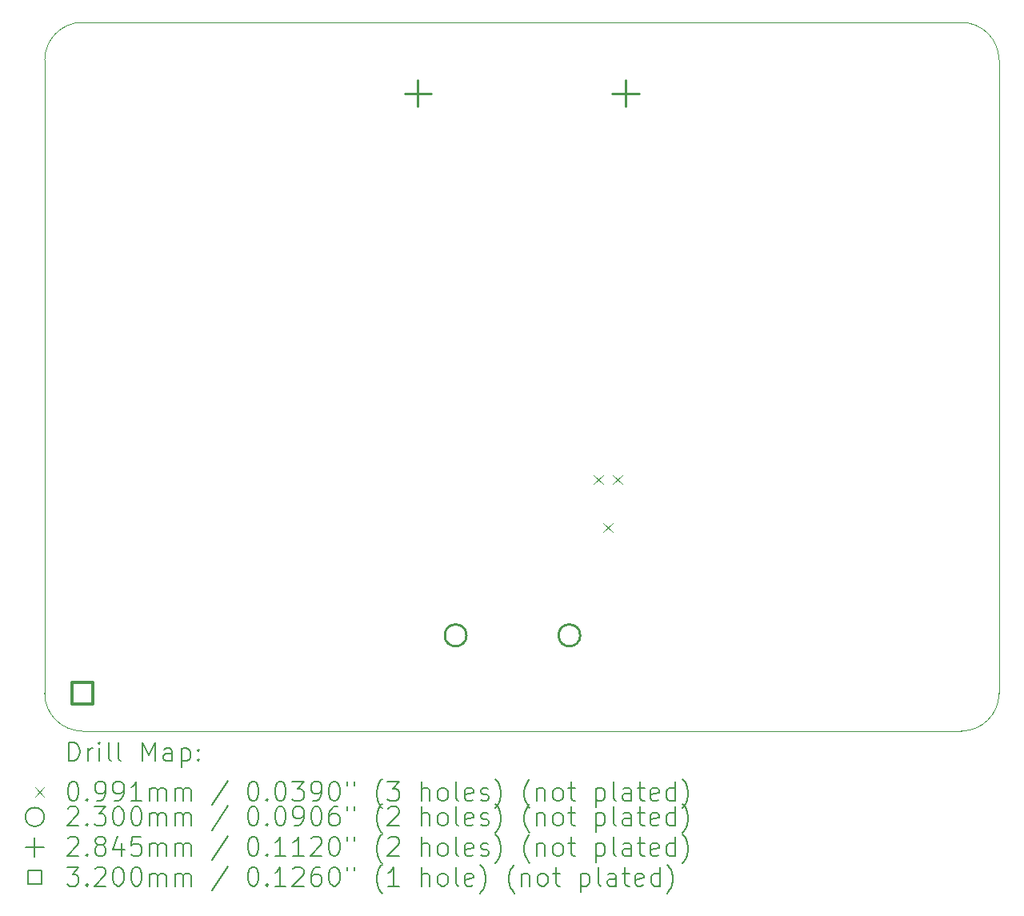
<source format=gbr>
%TF.GenerationSoftware,KiCad,Pcbnew,7.0.8*%
%TF.CreationDate,2024-02-01T00:53:54-07:00*%
%TF.ProjectId,sdm24logger,73646d32-346c-46f6-9767-65722e6b6963,v3.1*%
%TF.SameCoordinates,Original*%
%TF.FileFunction,Drillmap*%
%TF.FilePolarity,Positive*%
%FSLAX45Y45*%
G04 Gerber Fmt 4.5, Leading zero omitted, Abs format (unit mm)*
G04 Created by KiCad (PCBNEW 7.0.8) date 2024-02-01 00:53:54*
%MOMM*%
%LPD*%
G01*
G04 APERTURE LIST*
%ADD10C,0.100000*%
%ADD11C,0.200000*%
%ADD12C,0.099060*%
%ADD13C,0.230000*%
%ADD14C,0.284480*%
%ADD15C,0.320000*%
G04 APERTURE END LIST*
D10*
X8600000Y-15700000D02*
X17900000Y-15700000D01*
X8600000Y-8200000D02*
G75*
G03*
X8200000Y-8600000I0J-400000D01*
G01*
X18300000Y-8600000D02*
G75*
G03*
X17900000Y-8200000I-400000J0D01*
G01*
X8200000Y-8600000D02*
X8200000Y-15300000D01*
X18300000Y-15300000D02*
X18300000Y-8600000D01*
X8200000Y-15300000D02*
G75*
G03*
X8600000Y-15700000I400000J0D01*
G01*
X17900000Y-8200000D02*
X8600000Y-8200000D01*
X17900000Y-15700000D02*
G75*
G03*
X18300000Y-15300000I0J400000D01*
G01*
D11*
D12*
X14010470Y-12990470D02*
X14109530Y-13089530D01*
X14109530Y-12990470D02*
X14010470Y-13089530D01*
X14112070Y-13498470D02*
X14211130Y-13597530D01*
X14211130Y-13498470D02*
X14112070Y-13597530D01*
X14213670Y-12990470D02*
X14312730Y-13089530D01*
X14312730Y-12990470D02*
X14213670Y-13089530D01*
D13*
X12664000Y-14687000D02*
G75*
G03*
X12664000Y-14687000I-115000J0D01*
G01*
X13868000Y-14687000D02*
G75*
G03*
X13868000Y-14687000I-115000J0D01*
G01*
D14*
X12150000Y-8807772D02*
X12150000Y-9092252D01*
X12007760Y-8950012D02*
X12292240Y-8950012D01*
X14350000Y-8807772D02*
X14350000Y-9092252D01*
X14207760Y-8950012D02*
X14492240Y-8950012D01*
D15*
X8713138Y-15413138D02*
X8713138Y-15186862D01*
X8486862Y-15186862D01*
X8486862Y-15413138D01*
X8713138Y-15413138D01*
D11*
X8455777Y-16016484D02*
X8455777Y-15816484D01*
X8455777Y-15816484D02*
X8503396Y-15816484D01*
X8503396Y-15816484D02*
X8531967Y-15826008D01*
X8531967Y-15826008D02*
X8551015Y-15845055D01*
X8551015Y-15845055D02*
X8560539Y-15864103D01*
X8560539Y-15864103D02*
X8570063Y-15902198D01*
X8570063Y-15902198D02*
X8570063Y-15930769D01*
X8570063Y-15930769D02*
X8560539Y-15968865D01*
X8560539Y-15968865D02*
X8551015Y-15987912D01*
X8551015Y-15987912D02*
X8531967Y-16006960D01*
X8531967Y-16006960D02*
X8503396Y-16016484D01*
X8503396Y-16016484D02*
X8455777Y-16016484D01*
X8655777Y-16016484D02*
X8655777Y-15883150D01*
X8655777Y-15921246D02*
X8665301Y-15902198D01*
X8665301Y-15902198D02*
X8674824Y-15892674D01*
X8674824Y-15892674D02*
X8693872Y-15883150D01*
X8693872Y-15883150D02*
X8712920Y-15883150D01*
X8779586Y-16016484D02*
X8779586Y-15883150D01*
X8779586Y-15816484D02*
X8770063Y-15826008D01*
X8770063Y-15826008D02*
X8779586Y-15835531D01*
X8779586Y-15835531D02*
X8789110Y-15826008D01*
X8789110Y-15826008D02*
X8779586Y-15816484D01*
X8779586Y-15816484D02*
X8779586Y-15835531D01*
X8903396Y-16016484D02*
X8884348Y-16006960D01*
X8884348Y-16006960D02*
X8874824Y-15987912D01*
X8874824Y-15987912D02*
X8874824Y-15816484D01*
X9008158Y-16016484D02*
X8989110Y-16006960D01*
X8989110Y-16006960D02*
X8979586Y-15987912D01*
X8979586Y-15987912D02*
X8979586Y-15816484D01*
X9236729Y-16016484D02*
X9236729Y-15816484D01*
X9236729Y-15816484D02*
X9303396Y-15959341D01*
X9303396Y-15959341D02*
X9370063Y-15816484D01*
X9370063Y-15816484D02*
X9370063Y-16016484D01*
X9551015Y-16016484D02*
X9551015Y-15911722D01*
X9551015Y-15911722D02*
X9541491Y-15892674D01*
X9541491Y-15892674D02*
X9522444Y-15883150D01*
X9522444Y-15883150D02*
X9484348Y-15883150D01*
X9484348Y-15883150D02*
X9465301Y-15892674D01*
X9551015Y-16006960D02*
X9531967Y-16016484D01*
X9531967Y-16016484D02*
X9484348Y-16016484D01*
X9484348Y-16016484D02*
X9465301Y-16006960D01*
X9465301Y-16006960D02*
X9455777Y-15987912D01*
X9455777Y-15987912D02*
X9455777Y-15968865D01*
X9455777Y-15968865D02*
X9465301Y-15949817D01*
X9465301Y-15949817D02*
X9484348Y-15940293D01*
X9484348Y-15940293D02*
X9531967Y-15940293D01*
X9531967Y-15940293D02*
X9551015Y-15930769D01*
X9646253Y-15883150D02*
X9646253Y-16083150D01*
X9646253Y-15892674D02*
X9665301Y-15883150D01*
X9665301Y-15883150D02*
X9703396Y-15883150D01*
X9703396Y-15883150D02*
X9722444Y-15892674D01*
X9722444Y-15892674D02*
X9731967Y-15902198D01*
X9731967Y-15902198D02*
X9741491Y-15921246D01*
X9741491Y-15921246D02*
X9741491Y-15978388D01*
X9741491Y-15978388D02*
X9731967Y-15997436D01*
X9731967Y-15997436D02*
X9722444Y-16006960D01*
X9722444Y-16006960D02*
X9703396Y-16016484D01*
X9703396Y-16016484D02*
X9665301Y-16016484D01*
X9665301Y-16016484D02*
X9646253Y-16006960D01*
X9827205Y-15997436D02*
X9836729Y-16006960D01*
X9836729Y-16006960D02*
X9827205Y-16016484D01*
X9827205Y-16016484D02*
X9817682Y-16006960D01*
X9817682Y-16006960D02*
X9827205Y-15997436D01*
X9827205Y-15997436D02*
X9827205Y-16016484D01*
X9827205Y-15892674D02*
X9836729Y-15902198D01*
X9836729Y-15902198D02*
X9827205Y-15911722D01*
X9827205Y-15911722D02*
X9817682Y-15902198D01*
X9817682Y-15902198D02*
X9827205Y-15892674D01*
X9827205Y-15892674D02*
X9827205Y-15911722D01*
D12*
X8095940Y-16295470D02*
X8195000Y-16394530D01*
X8195000Y-16295470D02*
X8095940Y-16394530D01*
D11*
X8493872Y-16236484D02*
X8512920Y-16236484D01*
X8512920Y-16236484D02*
X8531967Y-16246008D01*
X8531967Y-16246008D02*
X8541491Y-16255531D01*
X8541491Y-16255531D02*
X8551015Y-16274579D01*
X8551015Y-16274579D02*
X8560539Y-16312674D01*
X8560539Y-16312674D02*
X8560539Y-16360293D01*
X8560539Y-16360293D02*
X8551015Y-16398388D01*
X8551015Y-16398388D02*
X8541491Y-16417436D01*
X8541491Y-16417436D02*
X8531967Y-16426960D01*
X8531967Y-16426960D02*
X8512920Y-16436484D01*
X8512920Y-16436484D02*
X8493872Y-16436484D01*
X8493872Y-16436484D02*
X8474824Y-16426960D01*
X8474824Y-16426960D02*
X8465301Y-16417436D01*
X8465301Y-16417436D02*
X8455777Y-16398388D01*
X8455777Y-16398388D02*
X8446253Y-16360293D01*
X8446253Y-16360293D02*
X8446253Y-16312674D01*
X8446253Y-16312674D02*
X8455777Y-16274579D01*
X8455777Y-16274579D02*
X8465301Y-16255531D01*
X8465301Y-16255531D02*
X8474824Y-16246008D01*
X8474824Y-16246008D02*
X8493872Y-16236484D01*
X8646253Y-16417436D02*
X8655777Y-16426960D01*
X8655777Y-16426960D02*
X8646253Y-16436484D01*
X8646253Y-16436484D02*
X8636729Y-16426960D01*
X8636729Y-16426960D02*
X8646253Y-16417436D01*
X8646253Y-16417436D02*
X8646253Y-16436484D01*
X8751015Y-16436484D02*
X8789110Y-16436484D01*
X8789110Y-16436484D02*
X8808158Y-16426960D01*
X8808158Y-16426960D02*
X8817682Y-16417436D01*
X8817682Y-16417436D02*
X8836729Y-16388865D01*
X8836729Y-16388865D02*
X8846253Y-16350769D01*
X8846253Y-16350769D02*
X8846253Y-16274579D01*
X8846253Y-16274579D02*
X8836729Y-16255531D01*
X8836729Y-16255531D02*
X8827205Y-16246008D01*
X8827205Y-16246008D02*
X8808158Y-16236484D01*
X8808158Y-16236484D02*
X8770063Y-16236484D01*
X8770063Y-16236484D02*
X8751015Y-16246008D01*
X8751015Y-16246008D02*
X8741491Y-16255531D01*
X8741491Y-16255531D02*
X8731967Y-16274579D01*
X8731967Y-16274579D02*
X8731967Y-16322198D01*
X8731967Y-16322198D02*
X8741491Y-16341246D01*
X8741491Y-16341246D02*
X8751015Y-16350769D01*
X8751015Y-16350769D02*
X8770063Y-16360293D01*
X8770063Y-16360293D02*
X8808158Y-16360293D01*
X8808158Y-16360293D02*
X8827205Y-16350769D01*
X8827205Y-16350769D02*
X8836729Y-16341246D01*
X8836729Y-16341246D02*
X8846253Y-16322198D01*
X8941491Y-16436484D02*
X8979586Y-16436484D01*
X8979586Y-16436484D02*
X8998634Y-16426960D01*
X8998634Y-16426960D02*
X9008158Y-16417436D01*
X9008158Y-16417436D02*
X9027205Y-16388865D01*
X9027205Y-16388865D02*
X9036729Y-16350769D01*
X9036729Y-16350769D02*
X9036729Y-16274579D01*
X9036729Y-16274579D02*
X9027205Y-16255531D01*
X9027205Y-16255531D02*
X9017682Y-16246008D01*
X9017682Y-16246008D02*
X8998634Y-16236484D01*
X8998634Y-16236484D02*
X8960539Y-16236484D01*
X8960539Y-16236484D02*
X8941491Y-16246008D01*
X8941491Y-16246008D02*
X8931967Y-16255531D01*
X8931967Y-16255531D02*
X8922444Y-16274579D01*
X8922444Y-16274579D02*
X8922444Y-16322198D01*
X8922444Y-16322198D02*
X8931967Y-16341246D01*
X8931967Y-16341246D02*
X8941491Y-16350769D01*
X8941491Y-16350769D02*
X8960539Y-16360293D01*
X8960539Y-16360293D02*
X8998634Y-16360293D01*
X8998634Y-16360293D02*
X9017682Y-16350769D01*
X9017682Y-16350769D02*
X9027205Y-16341246D01*
X9027205Y-16341246D02*
X9036729Y-16322198D01*
X9227205Y-16436484D02*
X9112920Y-16436484D01*
X9170063Y-16436484D02*
X9170063Y-16236484D01*
X9170063Y-16236484D02*
X9151015Y-16265055D01*
X9151015Y-16265055D02*
X9131967Y-16284103D01*
X9131967Y-16284103D02*
X9112920Y-16293627D01*
X9312920Y-16436484D02*
X9312920Y-16303150D01*
X9312920Y-16322198D02*
X9322444Y-16312674D01*
X9322444Y-16312674D02*
X9341491Y-16303150D01*
X9341491Y-16303150D02*
X9370063Y-16303150D01*
X9370063Y-16303150D02*
X9389110Y-16312674D01*
X9389110Y-16312674D02*
X9398634Y-16331722D01*
X9398634Y-16331722D02*
X9398634Y-16436484D01*
X9398634Y-16331722D02*
X9408158Y-16312674D01*
X9408158Y-16312674D02*
X9427205Y-16303150D01*
X9427205Y-16303150D02*
X9455777Y-16303150D01*
X9455777Y-16303150D02*
X9474825Y-16312674D01*
X9474825Y-16312674D02*
X9484348Y-16331722D01*
X9484348Y-16331722D02*
X9484348Y-16436484D01*
X9579586Y-16436484D02*
X9579586Y-16303150D01*
X9579586Y-16322198D02*
X9589110Y-16312674D01*
X9589110Y-16312674D02*
X9608158Y-16303150D01*
X9608158Y-16303150D02*
X9636729Y-16303150D01*
X9636729Y-16303150D02*
X9655777Y-16312674D01*
X9655777Y-16312674D02*
X9665301Y-16331722D01*
X9665301Y-16331722D02*
X9665301Y-16436484D01*
X9665301Y-16331722D02*
X9674825Y-16312674D01*
X9674825Y-16312674D02*
X9693872Y-16303150D01*
X9693872Y-16303150D02*
X9722444Y-16303150D01*
X9722444Y-16303150D02*
X9741491Y-16312674D01*
X9741491Y-16312674D02*
X9751015Y-16331722D01*
X9751015Y-16331722D02*
X9751015Y-16436484D01*
X10141491Y-16226960D02*
X9970063Y-16484103D01*
X10398634Y-16236484D02*
X10417682Y-16236484D01*
X10417682Y-16236484D02*
X10436729Y-16246008D01*
X10436729Y-16246008D02*
X10446253Y-16255531D01*
X10446253Y-16255531D02*
X10455777Y-16274579D01*
X10455777Y-16274579D02*
X10465301Y-16312674D01*
X10465301Y-16312674D02*
X10465301Y-16360293D01*
X10465301Y-16360293D02*
X10455777Y-16398388D01*
X10455777Y-16398388D02*
X10446253Y-16417436D01*
X10446253Y-16417436D02*
X10436729Y-16426960D01*
X10436729Y-16426960D02*
X10417682Y-16436484D01*
X10417682Y-16436484D02*
X10398634Y-16436484D01*
X10398634Y-16436484D02*
X10379587Y-16426960D01*
X10379587Y-16426960D02*
X10370063Y-16417436D01*
X10370063Y-16417436D02*
X10360539Y-16398388D01*
X10360539Y-16398388D02*
X10351015Y-16360293D01*
X10351015Y-16360293D02*
X10351015Y-16312674D01*
X10351015Y-16312674D02*
X10360539Y-16274579D01*
X10360539Y-16274579D02*
X10370063Y-16255531D01*
X10370063Y-16255531D02*
X10379587Y-16246008D01*
X10379587Y-16246008D02*
X10398634Y-16236484D01*
X10551015Y-16417436D02*
X10560539Y-16426960D01*
X10560539Y-16426960D02*
X10551015Y-16436484D01*
X10551015Y-16436484D02*
X10541491Y-16426960D01*
X10541491Y-16426960D02*
X10551015Y-16417436D01*
X10551015Y-16417436D02*
X10551015Y-16436484D01*
X10684348Y-16236484D02*
X10703396Y-16236484D01*
X10703396Y-16236484D02*
X10722444Y-16246008D01*
X10722444Y-16246008D02*
X10731968Y-16255531D01*
X10731968Y-16255531D02*
X10741491Y-16274579D01*
X10741491Y-16274579D02*
X10751015Y-16312674D01*
X10751015Y-16312674D02*
X10751015Y-16360293D01*
X10751015Y-16360293D02*
X10741491Y-16398388D01*
X10741491Y-16398388D02*
X10731968Y-16417436D01*
X10731968Y-16417436D02*
X10722444Y-16426960D01*
X10722444Y-16426960D02*
X10703396Y-16436484D01*
X10703396Y-16436484D02*
X10684348Y-16436484D01*
X10684348Y-16436484D02*
X10665301Y-16426960D01*
X10665301Y-16426960D02*
X10655777Y-16417436D01*
X10655777Y-16417436D02*
X10646253Y-16398388D01*
X10646253Y-16398388D02*
X10636729Y-16360293D01*
X10636729Y-16360293D02*
X10636729Y-16312674D01*
X10636729Y-16312674D02*
X10646253Y-16274579D01*
X10646253Y-16274579D02*
X10655777Y-16255531D01*
X10655777Y-16255531D02*
X10665301Y-16246008D01*
X10665301Y-16246008D02*
X10684348Y-16236484D01*
X10817682Y-16236484D02*
X10941491Y-16236484D01*
X10941491Y-16236484D02*
X10874825Y-16312674D01*
X10874825Y-16312674D02*
X10903396Y-16312674D01*
X10903396Y-16312674D02*
X10922444Y-16322198D01*
X10922444Y-16322198D02*
X10931968Y-16331722D01*
X10931968Y-16331722D02*
X10941491Y-16350769D01*
X10941491Y-16350769D02*
X10941491Y-16398388D01*
X10941491Y-16398388D02*
X10931968Y-16417436D01*
X10931968Y-16417436D02*
X10922444Y-16426960D01*
X10922444Y-16426960D02*
X10903396Y-16436484D01*
X10903396Y-16436484D02*
X10846253Y-16436484D01*
X10846253Y-16436484D02*
X10827206Y-16426960D01*
X10827206Y-16426960D02*
X10817682Y-16417436D01*
X11036729Y-16436484D02*
X11074825Y-16436484D01*
X11074825Y-16436484D02*
X11093872Y-16426960D01*
X11093872Y-16426960D02*
X11103396Y-16417436D01*
X11103396Y-16417436D02*
X11122444Y-16388865D01*
X11122444Y-16388865D02*
X11131968Y-16350769D01*
X11131968Y-16350769D02*
X11131968Y-16274579D01*
X11131968Y-16274579D02*
X11122444Y-16255531D01*
X11122444Y-16255531D02*
X11112920Y-16246008D01*
X11112920Y-16246008D02*
X11093872Y-16236484D01*
X11093872Y-16236484D02*
X11055777Y-16236484D01*
X11055777Y-16236484D02*
X11036729Y-16246008D01*
X11036729Y-16246008D02*
X11027206Y-16255531D01*
X11027206Y-16255531D02*
X11017682Y-16274579D01*
X11017682Y-16274579D02*
X11017682Y-16322198D01*
X11017682Y-16322198D02*
X11027206Y-16341246D01*
X11027206Y-16341246D02*
X11036729Y-16350769D01*
X11036729Y-16350769D02*
X11055777Y-16360293D01*
X11055777Y-16360293D02*
X11093872Y-16360293D01*
X11093872Y-16360293D02*
X11112920Y-16350769D01*
X11112920Y-16350769D02*
X11122444Y-16341246D01*
X11122444Y-16341246D02*
X11131968Y-16322198D01*
X11255777Y-16236484D02*
X11274825Y-16236484D01*
X11274825Y-16236484D02*
X11293872Y-16246008D01*
X11293872Y-16246008D02*
X11303396Y-16255531D01*
X11303396Y-16255531D02*
X11312920Y-16274579D01*
X11312920Y-16274579D02*
X11322444Y-16312674D01*
X11322444Y-16312674D02*
X11322444Y-16360293D01*
X11322444Y-16360293D02*
X11312920Y-16398388D01*
X11312920Y-16398388D02*
X11303396Y-16417436D01*
X11303396Y-16417436D02*
X11293872Y-16426960D01*
X11293872Y-16426960D02*
X11274825Y-16436484D01*
X11274825Y-16436484D02*
X11255777Y-16436484D01*
X11255777Y-16436484D02*
X11236729Y-16426960D01*
X11236729Y-16426960D02*
X11227206Y-16417436D01*
X11227206Y-16417436D02*
X11217682Y-16398388D01*
X11217682Y-16398388D02*
X11208158Y-16360293D01*
X11208158Y-16360293D02*
X11208158Y-16312674D01*
X11208158Y-16312674D02*
X11217682Y-16274579D01*
X11217682Y-16274579D02*
X11227206Y-16255531D01*
X11227206Y-16255531D02*
X11236729Y-16246008D01*
X11236729Y-16246008D02*
X11255777Y-16236484D01*
X11398634Y-16236484D02*
X11398634Y-16274579D01*
X11474825Y-16236484D02*
X11474825Y-16274579D01*
X11770063Y-16512674D02*
X11760539Y-16503150D01*
X11760539Y-16503150D02*
X11741491Y-16474579D01*
X11741491Y-16474579D02*
X11731968Y-16455531D01*
X11731968Y-16455531D02*
X11722444Y-16426960D01*
X11722444Y-16426960D02*
X11712920Y-16379341D01*
X11712920Y-16379341D02*
X11712920Y-16341246D01*
X11712920Y-16341246D02*
X11722444Y-16293627D01*
X11722444Y-16293627D02*
X11731968Y-16265055D01*
X11731968Y-16265055D02*
X11741491Y-16246008D01*
X11741491Y-16246008D02*
X11760539Y-16217436D01*
X11760539Y-16217436D02*
X11770063Y-16207912D01*
X11827206Y-16236484D02*
X11951015Y-16236484D01*
X11951015Y-16236484D02*
X11884348Y-16312674D01*
X11884348Y-16312674D02*
X11912920Y-16312674D01*
X11912920Y-16312674D02*
X11931968Y-16322198D01*
X11931968Y-16322198D02*
X11941491Y-16331722D01*
X11941491Y-16331722D02*
X11951015Y-16350769D01*
X11951015Y-16350769D02*
X11951015Y-16398388D01*
X11951015Y-16398388D02*
X11941491Y-16417436D01*
X11941491Y-16417436D02*
X11931968Y-16426960D01*
X11931968Y-16426960D02*
X11912920Y-16436484D01*
X11912920Y-16436484D02*
X11855777Y-16436484D01*
X11855777Y-16436484D02*
X11836729Y-16426960D01*
X11836729Y-16426960D02*
X11827206Y-16417436D01*
X12189110Y-16436484D02*
X12189110Y-16236484D01*
X12274825Y-16436484D02*
X12274825Y-16331722D01*
X12274825Y-16331722D02*
X12265301Y-16312674D01*
X12265301Y-16312674D02*
X12246253Y-16303150D01*
X12246253Y-16303150D02*
X12217682Y-16303150D01*
X12217682Y-16303150D02*
X12198634Y-16312674D01*
X12198634Y-16312674D02*
X12189110Y-16322198D01*
X12398634Y-16436484D02*
X12379587Y-16426960D01*
X12379587Y-16426960D02*
X12370063Y-16417436D01*
X12370063Y-16417436D02*
X12360539Y-16398388D01*
X12360539Y-16398388D02*
X12360539Y-16341246D01*
X12360539Y-16341246D02*
X12370063Y-16322198D01*
X12370063Y-16322198D02*
X12379587Y-16312674D01*
X12379587Y-16312674D02*
X12398634Y-16303150D01*
X12398634Y-16303150D02*
X12427206Y-16303150D01*
X12427206Y-16303150D02*
X12446253Y-16312674D01*
X12446253Y-16312674D02*
X12455777Y-16322198D01*
X12455777Y-16322198D02*
X12465301Y-16341246D01*
X12465301Y-16341246D02*
X12465301Y-16398388D01*
X12465301Y-16398388D02*
X12455777Y-16417436D01*
X12455777Y-16417436D02*
X12446253Y-16426960D01*
X12446253Y-16426960D02*
X12427206Y-16436484D01*
X12427206Y-16436484D02*
X12398634Y-16436484D01*
X12579587Y-16436484D02*
X12560539Y-16426960D01*
X12560539Y-16426960D02*
X12551015Y-16407912D01*
X12551015Y-16407912D02*
X12551015Y-16236484D01*
X12731968Y-16426960D02*
X12712920Y-16436484D01*
X12712920Y-16436484D02*
X12674825Y-16436484D01*
X12674825Y-16436484D02*
X12655777Y-16426960D01*
X12655777Y-16426960D02*
X12646253Y-16407912D01*
X12646253Y-16407912D02*
X12646253Y-16331722D01*
X12646253Y-16331722D02*
X12655777Y-16312674D01*
X12655777Y-16312674D02*
X12674825Y-16303150D01*
X12674825Y-16303150D02*
X12712920Y-16303150D01*
X12712920Y-16303150D02*
X12731968Y-16312674D01*
X12731968Y-16312674D02*
X12741491Y-16331722D01*
X12741491Y-16331722D02*
X12741491Y-16350769D01*
X12741491Y-16350769D02*
X12646253Y-16369817D01*
X12817682Y-16426960D02*
X12836730Y-16436484D01*
X12836730Y-16436484D02*
X12874825Y-16436484D01*
X12874825Y-16436484D02*
X12893872Y-16426960D01*
X12893872Y-16426960D02*
X12903396Y-16407912D01*
X12903396Y-16407912D02*
X12903396Y-16398388D01*
X12903396Y-16398388D02*
X12893872Y-16379341D01*
X12893872Y-16379341D02*
X12874825Y-16369817D01*
X12874825Y-16369817D02*
X12846253Y-16369817D01*
X12846253Y-16369817D02*
X12827206Y-16360293D01*
X12827206Y-16360293D02*
X12817682Y-16341246D01*
X12817682Y-16341246D02*
X12817682Y-16331722D01*
X12817682Y-16331722D02*
X12827206Y-16312674D01*
X12827206Y-16312674D02*
X12846253Y-16303150D01*
X12846253Y-16303150D02*
X12874825Y-16303150D01*
X12874825Y-16303150D02*
X12893872Y-16312674D01*
X12970063Y-16512674D02*
X12979587Y-16503150D01*
X12979587Y-16503150D02*
X12998634Y-16474579D01*
X12998634Y-16474579D02*
X13008158Y-16455531D01*
X13008158Y-16455531D02*
X13017682Y-16426960D01*
X13017682Y-16426960D02*
X13027206Y-16379341D01*
X13027206Y-16379341D02*
X13027206Y-16341246D01*
X13027206Y-16341246D02*
X13017682Y-16293627D01*
X13017682Y-16293627D02*
X13008158Y-16265055D01*
X13008158Y-16265055D02*
X12998634Y-16246008D01*
X12998634Y-16246008D02*
X12979587Y-16217436D01*
X12979587Y-16217436D02*
X12970063Y-16207912D01*
X13331968Y-16512674D02*
X13322444Y-16503150D01*
X13322444Y-16503150D02*
X13303396Y-16474579D01*
X13303396Y-16474579D02*
X13293872Y-16455531D01*
X13293872Y-16455531D02*
X13284349Y-16426960D01*
X13284349Y-16426960D02*
X13274825Y-16379341D01*
X13274825Y-16379341D02*
X13274825Y-16341246D01*
X13274825Y-16341246D02*
X13284349Y-16293627D01*
X13284349Y-16293627D02*
X13293872Y-16265055D01*
X13293872Y-16265055D02*
X13303396Y-16246008D01*
X13303396Y-16246008D02*
X13322444Y-16217436D01*
X13322444Y-16217436D02*
X13331968Y-16207912D01*
X13408158Y-16303150D02*
X13408158Y-16436484D01*
X13408158Y-16322198D02*
X13417682Y-16312674D01*
X13417682Y-16312674D02*
X13436730Y-16303150D01*
X13436730Y-16303150D02*
X13465301Y-16303150D01*
X13465301Y-16303150D02*
X13484349Y-16312674D01*
X13484349Y-16312674D02*
X13493872Y-16331722D01*
X13493872Y-16331722D02*
X13493872Y-16436484D01*
X13617682Y-16436484D02*
X13598634Y-16426960D01*
X13598634Y-16426960D02*
X13589111Y-16417436D01*
X13589111Y-16417436D02*
X13579587Y-16398388D01*
X13579587Y-16398388D02*
X13579587Y-16341246D01*
X13579587Y-16341246D02*
X13589111Y-16322198D01*
X13589111Y-16322198D02*
X13598634Y-16312674D01*
X13598634Y-16312674D02*
X13617682Y-16303150D01*
X13617682Y-16303150D02*
X13646253Y-16303150D01*
X13646253Y-16303150D02*
X13665301Y-16312674D01*
X13665301Y-16312674D02*
X13674825Y-16322198D01*
X13674825Y-16322198D02*
X13684349Y-16341246D01*
X13684349Y-16341246D02*
X13684349Y-16398388D01*
X13684349Y-16398388D02*
X13674825Y-16417436D01*
X13674825Y-16417436D02*
X13665301Y-16426960D01*
X13665301Y-16426960D02*
X13646253Y-16436484D01*
X13646253Y-16436484D02*
X13617682Y-16436484D01*
X13741492Y-16303150D02*
X13817682Y-16303150D01*
X13770063Y-16236484D02*
X13770063Y-16407912D01*
X13770063Y-16407912D02*
X13779587Y-16426960D01*
X13779587Y-16426960D02*
X13798634Y-16436484D01*
X13798634Y-16436484D02*
X13817682Y-16436484D01*
X14036730Y-16303150D02*
X14036730Y-16503150D01*
X14036730Y-16312674D02*
X14055777Y-16303150D01*
X14055777Y-16303150D02*
X14093873Y-16303150D01*
X14093873Y-16303150D02*
X14112920Y-16312674D01*
X14112920Y-16312674D02*
X14122444Y-16322198D01*
X14122444Y-16322198D02*
X14131968Y-16341246D01*
X14131968Y-16341246D02*
X14131968Y-16398388D01*
X14131968Y-16398388D02*
X14122444Y-16417436D01*
X14122444Y-16417436D02*
X14112920Y-16426960D01*
X14112920Y-16426960D02*
X14093873Y-16436484D01*
X14093873Y-16436484D02*
X14055777Y-16436484D01*
X14055777Y-16436484D02*
X14036730Y-16426960D01*
X14246253Y-16436484D02*
X14227206Y-16426960D01*
X14227206Y-16426960D02*
X14217682Y-16407912D01*
X14217682Y-16407912D02*
X14217682Y-16236484D01*
X14408158Y-16436484D02*
X14408158Y-16331722D01*
X14408158Y-16331722D02*
X14398634Y-16312674D01*
X14398634Y-16312674D02*
X14379587Y-16303150D01*
X14379587Y-16303150D02*
X14341492Y-16303150D01*
X14341492Y-16303150D02*
X14322444Y-16312674D01*
X14408158Y-16426960D02*
X14389111Y-16436484D01*
X14389111Y-16436484D02*
X14341492Y-16436484D01*
X14341492Y-16436484D02*
X14322444Y-16426960D01*
X14322444Y-16426960D02*
X14312920Y-16407912D01*
X14312920Y-16407912D02*
X14312920Y-16388865D01*
X14312920Y-16388865D02*
X14322444Y-16369817D01*
X14322444Y-16369817D02*
X14341492Y-16360293D01*
X14341492Y-16360293D02*
X14389111Y-16360293D01*
X14389111Y-16360293D02*
X14408158Y-16350769D01*
X14474825Y-16303150D02*
X14551015Y-16303150D01*
X14503396Y-16236484D02*
X14503396Y-16407912D01*
X14503396Y-16407912D02*
X14512920Y-16426960D01*
X14512920Y-16426960D02*
X14531968Y-16436484D01*
X14531968Y-16436484D02*
X14551015Y-16436484D01*
X14693873Y-16426960D02*
X14674825Y-16436484D01*
X14674825Y-16436484D02*
X14636730Y-16436484D01*
X14636730Y-16436484D02*
X14617682Y-16426960D01*
X14617682Y-16426960D02*
X14608158Y-16407912D01*
X14608158Y-16407912D02*
X14608158Y-16331722D01*
X14608158Y-16331722D02*
X14617682Y-16312674D01*
X14617682Y-16312674D02*
X14636730Y-16303150D01*
X14636730Y-16303150D02*
X14674825Y-16303150D01*
X14674825Y-16303150D02*
X14693873Y-16312674D01*
X14693873Y-16312674D02*
X14703396Y-16331722D01*
X14703396Y-16331722D02*
X14703396Y-16350769D01*
X14703396Y-16350769D02*
X14608158Y-16369817D01*
X14874825Y-16436484D02*
X14874825Y-16236484D01*
X14874825Y-16426960D02*
X14855777Y-16436484D01*
X14855777Y-16436484D02*
X14817682Y-16436484D01*
X14817682Y-16436484D02*
X14798634Y-16426960D01*
X14798634Y-16426960D02*
X14789111Y-16417436D01*
X14789111Y-16417436D02*
X14779587Y-16398388D01*
X14779587Y-16398388D02*
X14779587Y-16341246D01*
X14779587Y-16341246D02*
X14789111Y-16322198D01*
X14789111Y-16322198D02*
X14798634Y-16312674D01*
X14798634Y-16312674D02*
X14817682Y-16303150D01*
X14817682Y-16303150D02*
X14855777Y-16303150D01*
X14855777Y-16303150D02*
X14874825Y-16312674D01*
X14951015Y-16512674D02*
X14960539Y-16503150D01*
X14960539Y-16503150D02*
X14979587Y-16474579D01*
X14979587Y-16474579D02*
X14989111Y-16455531D01*
X14989111Y-16455531D02*
X14998634Y-16426960D01*
X14998634Y-16426960D02*
X15008158Y-16379341D01*
X15008158Y-16379341D02*
X15008158Y-16341246D01*
X15008158Y-16341246D02*
X14998634Y-16293627D01*
X14998634Y-16293627D02*
X14989111Y-16265055D01*
X14989111Y-16265055D02*
X14979587Y-16246008D01*
X14979587Y-16246008D02*
X14960539Y-16217436D01*
X14960539Y-16217436D02*
X14951015Y-16207912D01*
X8195000Y-16609000D02*
G75*
G03*
X8195000Y-16609000I-100000J0D01*
G01*
X8446253Y-16519531D02*
X8455777Y-16510008D01*
X8455777Y-16510008D02*
X8474824Y-16500484D01*
X8474824Y-16500484D02*
X8522444Y-16500484D01*
X8522444Y-16500484D02*
X8541491Y-16510008D01*
X8541491Y-16510008D02*
X8551015Y-16519531D01*
X8551015Y-16519531D02*
X8560539Y-16538579D01*
X8560539Y-16538579D02*
X8560539Y-16557627D01*
X8560539Y-16557627D02*
X8551015Y-16586198D01*
X8551015Y-16586198D02*
X8436729Y-16700484D01*
X8436729Y-16700484D02*
X8560539Y-16700484D01*
X8646253Y-16681436D02*
X8655777Y-16690960D01*
X8655777Y-16690960D02*
X8646253Y-16700484D01*
X8646253Y-16700484D02*
X8636729Y-16690960D01*
X8636729Y-16690960D02*
X8646253Y-16681436D01*
X8646253Y-16681436D02*
X8646253Y-16700484D01*
X8722444Y-16500484D02*
X8846253Y-16500484D01*
X8846253Y-16500484D02*
X8779586Y-16576674D01*
X8779586Y-16576674D02*
X8808158Y-16576674D01*
X8808158Y-16576674D02*
X8827205Y-16586198D01*
X8827205Y-16586198D02*
X8836729Y-16595722D01*
X8836729Y-16595722D02*
X8846253Y-16614769D01*
X8846253Y-16614769D02*
X8846253Y-16662388D01*
X8846253Y-16662388D02*
X8836729Y-16681436D01*
X8836729Y-16681436D02*
X8827205Y-16690960D01*
X8827205Y-16690960D02*
X8808158Y-16700484D01*
X8808158Y-16700484D02*
X8751015Y-16700484D01*
X8751015Y-16700484D02*
X8731967Y-16690960D01*
X8731967Y-16690960D02*
X8722444Y-16681436D01*
X8970063Y-16500484D02*
X8989110Y-16500484D01*
X8989110Y-16500484D02*
X9008158Y-16510008D01*
X9008158Y-16510008D02*
X9017682Y-16519531D01*
X9017682Y-16519531D02*
X9027205Y-16538579D01*
X9027205Y-16538579D02*
X9036729Y-16576674D01*
X9036729Y-16576674D02*
X9036729Y-16624293D01*
X9036729Y-16624293D02*
X9027205Y-16662388D01*
X9027205Y-16662388D02*
X9017682Y-16681436D01*
X9017682Y-16681436D02*
X9008158Y-16690960D01*
X9008158Y-16690960D02*
X8989110Y-16700484D01*
X8989110Y-16700484D02*
X8970063Y-16700484D01*
X8970063Y-16700484D02*
X8951015Y-16690960D01*
X8951015Y-16690960D02*
X8941491Y-16681436D01*
X8941491Y-16681436D02*
X8931967Y-16662388D01*
X8931967Y-16662388D02*
X8922444Y-16624293D01*
X8922444Y-16624293D02*
X8922444Y-16576674D01*
X8922444Y-16576674D02*
X8931967Y-16538579D01*
X8931967Y-16538579D02*
X8941491Y-16519531D01*
X8941491Y-16519531D02*
X8951015Y-16510008D01*
X8951015Y-16510008D02*
X8970063Y-16500484D01*
X9160539Y-16500484D02*
X9179586Y-16500484D01*
X9179586Y-16500484D02*
X9198634Y-16510008D01*
X9198634Y-16510008D02*
X9208158Y-16519531D01*
X9208158Y-16519531D02*
X9217682Y-16538579D01*
X9217682Y-16538579D02*
X9227205Y-16576674D01*
X9227205Y-16576674D02*
X9227205Y-16624293D01*
X9227205Y-16624293D02*
X9217682Y-16662388D01*
X9217682Y-16662388D02*
X9208158Y-16681436D01*
X9208158Y-16681436D02*
X9198634Y-16690960D01*
X9198634Y-16690960D02*
X9179586Y-16700484D01*
X9179586Y-16700484D02*
X9160539Y-16700484D01*
X9160539Y-16700484D02*
X9141491Y-16690960D01*
X9141491Y-16690960D02*
X9131967Y-16681436D01*
X9131967Y-16681436D02*
X9122444Y-16662388D01*
X9122444Y-16662388D02*
X9112920Y-16624293D01*
X9112920Y-16624293D02*
X9112920Y-16576674D01*
X9112920Y-16576674D02*
X9122444Y-16538579D01*
X9122444Y-16538579D02*
X9131967Y-16519531D01*
X9131967Y-16519531D02*
X9141491Y-16510008D01*
X9141491Y-16510008D02*
X9160539Y-16500484D01*
X9312920Y-16700484D02*
X9312920Y-16567150D01*
X9312920Y-16586198D02*
X9322444Y-16576674D01*
X9322444Y-16576674D02*
X9341491Y-16567150D01*
X9341491Y-16567150D02*
X9370063Y-16567150D01*
X9370063Y-16567150D02*
X9389110Y-16576674D01*
X9389110Y-16576674D02*
X9398634Y-16595722D01*
X9398634Y-16595722D02*
X9398634Y-16700484D01*
X9398634Y-16595722D02*
X9408158Y-16576674D01*
X9408158Y-16576674D02*
X9427205Y-16567150D01*
X9427205Y-16567150D02*
X9455777Y-16567150D01*
X9455777Y-16567150D02*
X9474825Y-16576674D01*
X9474825Y-16576674D02*
X9484348Y-16595722D01*
X9484348Y-16595722D02*
X9484348Y-16700484D01*
X9579586Y-16700484D02*
X9579586Y-16567150D01*
X9579586Y-16586198D02*
X9589110Y-16576674D01*
X9589110Y-16576674D02*
X9608158Y-16567150D01*
X9608158Y-16567150D02*
X9636729Y-16567150D01*
X9636729Y-16567150D02*
X9655777Y-16576674D01*
X9655777Y-16576674D02*
X9665301Y-16595722D01*
X9665301Y-16595722D02*
X9665301Y-16700484D01*
X9665301Y-16595722D02*
X9674825Y-16576674D01*
X9674825Y-16576674D02*
X9693872Y-16567150D01*
X9693872Y-16567150D02*
X9722444Y-16567150D01*
X9722444Y-16567150D02*
X9741491Y-16576674D01*
X9741491Y-16576674D02*
X9751015Y-16595722D01*
X9751015Y-16595722D02*
X9751015Y-16700484D01*
X10141491Y-16490960D02*
X9970063Y-16748103D01*
X10398634Y-16500484D02*
X10417682Y-16500484D01*
X10417682Y-16500484D02*
X10436729Y-16510008D01*
X10436729Y-16510008D02*
X10446253Y-16519531D01*
X10446253Y-16519531D02*
X10455777Y-16538579D01*
X10455777Y-16538579D02*
X10465301Y-16576674D01*
X10465301Y-16576674D02*
X10465301Y-16624293D01*
X10465301Y-16624293D02*
X10455777Y-16662388D01*
X10455777Y-16662388D02*
X10446253Y-16681436D01*
X10446253Y-16681436D02*
X10436729Y-16690960D01*
X10436729Y-16690960D02*
X10417682Y-16700484D01*
X10417682Y-16700484D02*
X10398634Y-16700484D01*
X10398634Y-16700484D02*
X10379587Y-16690960D01*
X10379587Y-16690960D02*
X10370063Y-16681436D01*
X10370063Y-16681436D02*
X10360539Y-16662388D01*
X10360539Y-16662388D02*
X10351015Y-16624293D01*
X10351015Y-16624293D02*
X10351015Y-16576674D01*
X10351015Y-16576674D02*
X10360539Y-16538579D01*
X10360539Y-16538579D02*
X10370063Y-16519531D01*
X10370063Y-16519531D02*
X10379587Y-16510008D01*
X10379587Y-16510008D02*
X10398634Y-16500484D01*
X10551015Y-16681436D02*
X10560539Y-16690960D01*
X10560539Y-16690960D02*
X10551015Y-16700484D01*
X10551015Y-16700484D02*
X10541491Y-16690960D01*
X10541491Y-16690960D02*
X10551015Y-16681436D01*
X10551015Y-16681436D02*
X10551015Y-16700484D01*
X10684348Y-16500484D02*
X10703396Y-16500484D01*
X10703396Y-16500484D02*
X10722444Y-16510008D01*
X10722444Y-16510008D02*
X10731968Y-16519531D01*
X10731968Y-16519531D02*
X10741491Y-16538579D01*
X10741491Y-16538579D02*
X10751015Y-16576674D01*
X10751015Y-16576674D02*
X10751015Y-16624293D01*
X10751015Y-16624293D02*
X10741491Y-16662388D01*
X10741491Y-16662388D02*
X10731968Y-16681436D01*
X10731968Y-16681436D02*
X10722444Y-16690960D01*
X10722444Y-16690960D02*
X10703396Y-16700484D01*
X10703396Y-16700484D02*
X10684348Y-16700484D01*
X10684348Y-16700484D02*
X10665301Y-16690960D01*
X10665301Y-16690960D02*
X10655777Y-16681436D01*
X10655777Y-16681436D02*
X10646253Y-16662388D01*
X10646253Y-16662388D02*
X10636729Y-16624293D01*
X10636729Y-16624293D02*
X10636729Y-16576674D01*
X10636729Y-16576674D02*
X10646253Y-16538579D01*
X10646253Y-16538579D02*
X10655777Y-16519531D01*
X10655777Y-16519531D02*
X10665301Y-16510008D01*
X10665301Y-16510008D02*
X10684348Y-16500484D01*
X10846253Y-16700484D02*
X10884348Y-16700484D01*
X10884348Y-16700484D02*
X10903396Y-16690960D01*
X10903396Y-16690960D02*
X10912920Y-16681436D01*
X10912920Y-16681436D02*
X10931968Y-16652865D01*
X10931968Y-16652865D02*
X10941491Y-16614769D01*
X10941491Y-16614769D02*
X10941491Y-16538579D01*
X10941491Y-16538579D02*
X10931968Y-16519531D01*
X10931968Y-16519531D02*
X10922444Y-16510008D01*
X10922444Y-16510008D02*
X10903396Y-16500484D01*
X10903396Y-16500484D02*
X10865301Y-16500484D01*
X10865301Y-16500484D02*
X10846253Y-16510008D01*
X10846253Y-16510008D02*
X10836729Y-16519531D01*
X10836729Y-16519531D02*
X10827206Y-16538579D01*
X10827206Y-16538579D02*
X10827206Y-16586198D01*
X10827206Y-16586198D02*
X10836729Y-16605246D01*
X10836729Y-16605246D02*
X10846253Y-16614769D01*
X10846253Y-16614769D02*
X10865301Y-16624293D01*
X10865301Y-16624293D02*
X10903396Y-16624293D01*
X10903396Y-16624293D02*
X10922444Y-16614769D01*
X10922444Y-16614769D02*
X10931968Y-16605246D01*
X10931968Y-16605246D02*
X10941491Y-16586198D01*
X11065301Y-16500484D02*
X11084349Y-16500484D01*
X11084349Y-16500484D02*
X11103396Y-16510008D01*
X11103396Y-16510008D02*
X11112920Y-16519531D01*
X11112920Y-16519531D02*
X11122444Y-16538579D01*
X11122444Y-16538579D02*
X11131968Y-16576674D01*
X11131968Y-16576674D02*
X11131968Y-16624293D01*
X11131968Y-16624293D02*
X11122444Y-16662388D01*
X11122444Y-16662388D02*
X11112920Y-16681436D01*
X11112920Y-16681436D02*
X11103396Y-16690960D01*
X11103396Y-16690960D02*
X11084349Y-16700484D01*
X11084349Y-16700484D02*
X11065301Y-16700484D01*
X11065301Y-16700484D02*
X11046253Y-16690960D01*
X11046253Y-16690960D02*
X11036729Y-16681436D01*
X11036729Y-16681436D02*
X11027206Y-16662388D01*
X11027206Y-16662388D02*
X11017682Y-16624293D01*
X11017682Y-16624293D02*
X11017682Y-16576674D01*
X11017682Y-16576674D02*
X11027206Y-16538579D01*
X11027206Y-16538579D02*
X11036729Y-16519531D01*
X11036729Y-16519531D02*
X11046253Y-16510008D01*
X11046253Y-16510008D02*
X11065301Y-16500484D01*
X11303396Y-16500484D02*
X11265301Y-16500484D01*
X11265301Y-16500484D02*
X11246253Y-16510008D01*
X11246253Y-16510008D02*
X11236729Y-16519531D01*
X11236729Y-16519531D02*
X11217682Y-16548103D01*
X11217682Y-16548103D02*
X11208158Y-16586198D01*
X11208158Y-16586198D02*
X11208158Y-16662388D01*
X11208158Y-16662388D02*
X11217682Y-16681436D01*
X11217682Y-16681436D02*
X11227206Y-16690960D01*
X11227206Y-16690960D02*
X11246253Y-16700484D01*
X11246253Y-16700484D02*
X11284348Y-16700484D01*
X11284348Y-16700484D02*
X11303396Y-16690960D01*
X11303396Y-16690960D02*
X11312920Y-16681436D01*
X11312920Y-16681436D02*
X11322444Y-16662388D01*
X11322444Y-16662388D02*
X11322444Y-16614769D01*
X11322444Y-16614769D02*
X11312920Y-16595722D01*
X11312920Y-16595722D02*
X11303396Y-16586198D01*
X11303396Y-16586198D02*
X11284348Y-16576674D01*
X11284348Y-16576674D02*
X11246253Y-16576674D01*
X11246253Y-16576674D02*
X11227206Y-16586198D01*
X11227206Y-16586198D02*
X11217682Y-16595722D01*
X11217682Y-16595722D02*
X11208158Y-16614769D01*
X11398634Y-16500484D02*
X11398634Y-16538579D01*
X11474825Y-16500484D02*
X11474825Y-16538579D01*
X11770063Y-16776674D02*
X11760539Y-16767150D01*
X11760539Y-16767150D02*
X11741491Y-16738579D01*
X11741491Y-16738579D02*
X11731968Y-16719531D01*
X11731968Y-16719531D02*
X11722444Y-16690960D01*
X11722444Y-16690960D02*
X11712920Y-16643341D01*
X11712920Y-16643341D02*
X11712920Y-16605246D01*
X11712920Y-16605246D02*
X11722444Y-16557627D01*
X11722444Y-16557627D02*
X11731968Y-16529055D01*
X11731968Y-16529055D02*
X11741491Y-16510008D01*
X11741491Y-16510008D02*
X11760539Y-16481436D01*
X11760539Y-16481436D02*
X11770063Y-16471912D01*
X11836729Y-16519531D02*
X11846253Y-16510008D01*
X11846253Y-16510008D02*
X11865301Y-16500484D01*
X11865301Y-16500484D02*
X11912920Y-16500484D01*
X11912920Y-16500484D02*
X11931968Y-16510008D01*
X11931968Y-16510008D02*
X11941491Y-16519531D01*
X11941491Y-16519531D02*
X11951015Y-16538579D01*
X11951015Y-16538579D02*
X11951015Y-16557627D01*
X11951015Y-16557627D02*
X11941491Y-16586198D01*
X11941491Y-16586198D02*
X11827206Y-16700484D01*
X11827206Y-16700484D02*
X11951015Y-16700484D01*
X12189110Y-16700484D02*
X12189110Y-16500484D01*
X12274825Y-16700484D02*
X12274825Y-16595722D01*
X12274825Y-16595722D02*
X12265301Y-16576674D01*
X12265301Y-16576674D02*
X12246253Y-16567150D01*
X12246253Y-16567150D02*
X12217682Y-16567150D01*
X12217682Y-16567150D02*
X12198634Y-16576674D01*
X12198634Y-16576674D02*
X12189110Y-16586198D01*
X12398634Y-16700484D02*
X12379587Y-16690960D01*
X12379587Y-16690960D02*
X12370063Y-16681436D01*
X12370063Y-16681436D02*
X12360539Y-16662388D01*
X12360539Y-16662388D02*
X12360539Y-16605246D01*
X12360539Y-16605246D02*
X12370063Y-16586198D01*
X12370063Y-16586198D02*
X12379587Y-16576674D01*
X12379587Y-16576674D02*
X12398634Y-16567150D01*
X12398634Y-16567150D02*
X12427206Y-16567150D01*
X12427206Y-16567150D02*
X12446253Y-16576674D01*
X12446253Y-16576674D02*
X12455777Y-16586198D01*
X12455777Y-16586198D02*
X12465301Y-16605246D01*
X12465301Y-16605246D02*
X12465301Y-16662388D01*
X12465301Y-16662388D02*
X12455777Y-16681436D01*
X12455777Y-16681436D02*
X12446253Y-16690960D01*
X12446253Y-16690960D02*
X12427206Y-16700484D01*
X12427206Y-16700484D02*
X12398634Y-16700484D01*
X12579587Y-16700484D02*
X12560539Y-16690960D01*
X12560539Y-16690960D02*
X12551015Y-16671912D01*
X12551015Y-16671912D02*
X12551015Y-16500484D01*
X12731968Y-16690960D02*
X12712920Y-16700484D01*
X12712920Y-16700484D02*
X12674825Y-16700484D01*
X12674825Y-16700484D02*
X12655777Y-16690960D01*
X12655777Y-16690960D02*
X12646253Y-16671912D01*
X12646253Y-16671912D02*
X12646253Y-16595722D01*
X12646253Y-16595722D02*
X12655777Y-16576674D01*
X12655777Y-16576674D02*
X12674825Y-16567150D01*
X12674825Y-16567150D02*
X12712920Y-16567150D01*
X12712920Y-16567150D02*
X12731968Y-16576674D01*
X12731968Y-16576674D02*
X12741491Y-16595722D01*
X12741491Y-16595722D02*
X12741491Y-16614769D01*
X12741491Y-16614769D02*
X12646253Y-16633817D01*
X12817682Y-16690960D02*
X12836730Y-16700484D01*
X12836730Y-16700484D02*
X12874825Y-16700484D01*
X12874825Y-16700484D02*
X12893872Y-16690960D01*
X12893872Y-16690960D02*
X12903396Y-16671912D01*
X12903396Y-16671912D02*
X12903396Y-16662388D01*
X12903396Y-16662388D02*
X12893872Y-16643341D01*
X12893872Y-16643341D02*
X12874825Y-16633817D01*
X12874825Y-16633817D02*
X12846253Y-16633817D01*
X12846253Y-16633817D02*
X12827206Y-16624293D01*
X12827206Y-16624293D02*
X12817682Y-16605246D01*
X12817682Y-16605246D02*
X12817682Y-16595722D01*
X12817682Y-16595722D02*
X12827206Y-16576674D01*
X12827206Y-16576674D02*
X12846253Y-16567150D01*
X12846253Y-16567150D02*
X12874825Y-16567150D01*
X12874825Y-16567150D02*
X12893872Y-16576674D01*
X12970063Y-16776674D02*
X12979587Y-16767150D01*
X12979587Y-16767150D02*
X12998634Y-16738579D01*
X12998634Y-16738579D02*
X13008158Y-16719531D01*
X13008158Y-16719531D02*
X13017682Y-16690960D01*
X13017682Y-16690960D02*
X13027206Y-16643341D01*
X13027206Y-16643341D02*
X13027206Y-16605246D01*
X13027206Y-16605246D02*
X13017682Y-16557627D01*
X13017682Y-16557627D02*
X13008158Y-16529055D01*
X13008158Y-16529055D02*
X12998634Y-16510008D01*
X12998634Y-16510008D02*
X12979587Y-16481436D01*
X12979587Y-16481436D02*
X12970063Y-16471912D01*
X13331968Y-16776674D02*
X13322444Y-16767150D01*
X13322444Y-16767150D02*
X13303396Y-16738579D01*
X13303396Y-16738579D02*
X13293872Y-16719531D01*
X13293872Y-16719531D02*
X13284349Y-16690960D01*
X13284349Y-16690960D02*
X13274825Y-16643341D01*
X13274825Y-16643341D02*
X13274825Y-16605246D01*
X13274825Y-16605246D02*
X13284349Y-16557627D01*
X13284349Y-16557627D02*
X13293872Y-16529055D01*
X13293872Y-16529055D02*
X13303396Y-16510008D01*
X13303396Y-16510008D02*
X13322444Y-16481436D01*
X13322444Y-16481436D02*
X13331968Y-16471912D01*
X13408158Y-16567150D02*
X13408158Y-16700484D01*
X13408158Y-16586198D02*
X13417682Y-16576674D01*
X13417682Y-16576674D02*
X13436730Y-16567150D01*
X13436730Y-16567150D02*
X13465301Y-16567150D01*
X13465301Y-16567150D02*
X13484349Y-16576674D01*
X13484349Y-16576674D02*
X13493872Y-16595722D01*
X13493872Y-16595722D02*
X13493872Y-16700484D01*
X13617682Y-16700484D02*
X13598634Y-16690960D01*
X13598634Y-16690960D02*
X13589111Y-16681436D01*
X13589111Y-16681436D02*
X13579587Y-16662388D01*
X13579587Y-16662388D02*
X13579587Y-16605246D01*
X13579587Y-16605246D02*
X13589111Y-16586198D01*
X13589111Y-16586198D02*
X13598634Y-16576674D01*
X13598634Y-16576674D02*
X13617682Y-16567150D01*
X13617682Y-16567150D02*
X13646253Y-16567150D01*
X13646253Y-16567150D02*
X13665301Y-16576674D01*
X13665301Y-16576674D02*
X13674825Y-16586198D01*
X13674825Y-16586198D02*
X13684349Y-16605246D01*
X13684349Y-16605246D02*
X13684349Y-16662388D01*
X13684349Y-16662388D02*
X13674825Y-16681436D01*
X13674825Y-16681436D02*
X13665301Y-16690960D01*
X13665301Y-16690960D02*
X13646253Y-16700484D01*
X13646253Y-16700484D02*
X13617682Y-16700484D01*
X13741492Y-16567150D02*
X13817682Y-16567150D01*
X13770063Y-16500484D02*
X13770063Y-16671912D01*
X13770063Y-16671912D02*
X13779587Y-16690960D01*
X13779587Y-16690960D02*
X13798634Y-16700484D01*
X13798634Y-16700484D02*
X13817682Y-16700484D01*
X14036730Y-16567150D02*
X14036730Y-16767150D01*
X14036730Y-16576674D02*
X14055777Y-16567150D01*
X14055777Y-16567150D02*
X14093873Y-16567150D01*
X14093873Y-16567150D02*
X14112920Y-16576674D01*
X14112920Y-16576674D02*
X14122444Y-16586198D01*
X14122444Y-16586198D02*
X14131968Y-16605246D01*
X14131968Y-16605246D02*
X14131968Y-16662388D01*
X14131968Y-16662388D02*
X14122444Y-16681436D01*
X14122444Y-16681436D02*
X14112920Y-16690960D01*
X14112920Y-16690960D02*
X14093873Y-16700484D01*
X14093873Y-16700484D02*
X14055777Y-16700484D01*
X14055777Y-16700484D02*
X14036730Y-16690960D01*
X14246253Y-16700484D02*
X14227206Y-16690960D01*
X14227206Y-16690960D02*
X14217682Y-16671912D01*
X14217682Y-16671912D02*
X14217682Y-16500484D01*
X14408158Y-16700484D02*
X14408158Y-16595722D01*
X14408158Y-16595722D02*
X14398634Y-16576674D01*
X14398634Y-16576674D02*
X14379587Y-16567150D01*
X14379587Y-16567150D02*
X14341492Y-16567150D01*
X14341492Y-16567150D02*
X14322444Y-16576674D01*
X14408158Y-16690960D02*
X14389111Y-16700484D01*
X14389111Y-16700484D02*
X14341492Y-16700484D01*
X14341492Y-16700484D02*
X14322444Y-16690960D01*
X14322444Y-16690960D02*
X14312920Y-16671912D01*
X14312920Y-16671912D02*
X14312920Y-16652865D01*
X14312920Y-16652865D02*
X14322444Y-16633817D01*
X14322444Y-16633817D02*
X14341492Y-16624293D01*
X14341492Y-16624293D02*
X14389111Y-16624293D01*
X14389111Y-16624293D02*
X14408158Y-16614769D01*
X14474825Y-16567150D02*
X14551015Y-16567150D01*
X14503396Y-16500484D02*
X14503396Y-16671912D01*
X14503396Y-16671912D02*
X14512920Y-16690960D01*
X14512920Y-16690960D02*
X14531968Y-16700484D01*
X14531968Y-16700484D02*
X14551015Y-16700484D01*
X14693873Y-16690960D02*
X14674825Y-16700484D01*
X14674825Y-16700484D02*
X14636730Y-16700484D01*
X14636730Y-16700484D02*
X14617682Y-16690960D01*
X14617682Y-16690960D02*
X14608158Y-16671912D01*
X14608158Y-16671912D02*
X14608158Y-16595722D01*
X14608158Y-16595722D02*
X14617682Y-16576674D01*
X14617682Y-16576674D02*
X14636730Y-16567150D01*
X14636730Y-16567150D02*
X14674825Y-16567150D01*
X14674825Y-16567150D02*
X14693873Y-16576674D01*
X14693873Y-16576674D02*
X14703396Y-16595722D01*
X14703396Y-16595722D02*
X14703396Y-16614769D01*
X14703396Y-16614769D02*
X14608158Y-16633817D01*
X14874825Y-16700484D02*
X14874825Y-16500484D01*
X14874825Y-16690960D02*
X14855777Y-16700484D01*
X14855777Y-16700484D02*
X14817682Y-16700484D01*
X14817682Y-16700484D02*
X14798634Y-16690960D01*
X14798634Y-16690960D02*
X14789111Y-16681436D01*
X14789111Y-16681436D02*
X14779587Y-16662388D01*
X14779587Y-16662388D02*
X14779587Y-16605246D01*
X14779587Y-16605246D02*
X14789111Y-16586198D01*
X14789111Y-16586198D02*
X14798634Y-16576674D01*
X14798634Y-16576674D02*
X14817682Y-16567150D01*
X14817682Y-16567150D02*
X14855777Y-16567150D01*
X14855777Y-16567150D02*
X14874825Y-16576674D01*
X14951015Y-16776674D02*
X14960539Y-16767150D01*
X14960539Y-16767150D02*
X14979587Y-16738579D01*
X14979587Y-16738579D02*
X14989111Y-16719531D01*
X14989111Y-16719531D02*
X14998634Y-16690960D01*
X14998634Y-16690960D02*
X15008158Y-16643341D01*
X15008158Y-16643341D02*
X15008158Y-16605246D01*
X15008158Y-16605246D02*
X14998634Y-16557627D01*
X14998634Y-16557627D02*
X14989111Y-16529055D01*
X14989111Y-16529055D02*
X14979587Y-16510008D01*
X14979587Y-16510008D02*
X14960539Y-16481436D01*
X14960539Y-16481436D02*
X14951015Y-16471912D01*
X8095000Y-16829000D02*
X8095000Y-17029000D01*
X7995000Y-16929000D02*
X8195000Y-16929000D01*
X8446253Y-16839531D02*
X8455777Y-16830008D01*
X8455777Y-16830008D02*
X8474824Y-16820484D01*
X8474824Y-16820484D02*
X8522444Y-16820484D01*
X8522444Y-16820484D02*
X8541491Y-16830008D01*
X8541491Y-16830008D02*
X8551015Y-16839531D01*
X8551015Y-16839531D02*
X8560539Y-16858579D01*
X8560539Y-16858579D02*
X8560539Y-16877627D01*
X8560539Y-16877627D02*
X8551015Y-16906198D01*
X8551015Y-16906198D02*
X8436729Y-17020484D01*
X8436729Y-17020484D02*
X8560539Y-17020484D01*
X8646253Y-17001436D02*
X8655777Y-17010960D01*
X8655777Y-17010960D02*
X8646253Y-17020484D01*
X8646253Y-17020484D02*
X8636729Y-17010960D01*
X8636729Y-17010960D02*
X8646253Y-17001436D01*
X8646253Y-17001436D02*
X8646253Y-17020484D01*
X8770063Y-16906198D02*
X8751015Y-16896674D01*
X8751015Y-16896674D02*
X8741491Y-16887150D01*
X8741491Y-16887150D02*
X8731967Y-16868103D01*
X8731967Y-16868103D02*
X8731967Y-16858579D01*
X8731967Y-16858579D02*
X8741491Y-16839531D01*
X8741491Y-16839531D02*
X8751015Y-16830008D01*
X8751015Y-16830008D02*
X8770063Y-16820484D01*
X8770063Y-16820484D02*
X8808158Y-16820484D01*
X8808158Y-16820484D02*
X8827205Y-16830008D01*
X8827205Y-16830008D02*
X8836729Y-16839531D01*
X8836729Y-16839531D02*
X8846253Y-16858579D01*
X8846253Y-16858579D02*
X8846253Y-16868103D01*
X8846253Y-16868103D02*
X8836729Y-16887150D01*
X8836729Y-16887150D02*
X8827205Y-16896674D01*
X8827205Y-16896674D02*
X8808158Y-16906198D01*
X8808158Y-16906198D02*
X8770063Y-16906198D01*
X8770063Y-16906198D02*
X8751015Y-16915722D01*
X8751015Y-16915722D02*
X8741491Y-16925246D01*
X8741491Y-16925246D02*
X8731967Y-16944293D01*
X8731967Y-16944293D02*
X8731967Y-16982389D01*
X8731967Y-16982389D02*
X8741491Y-17001436D01*
X8741491Y-17001436D02*
X8751015Y-17010960D01*
X8751015Y-17010960D02*
X8770063Y-17020484D01*
X8770063Y-17020484D02*
X8808158Y-17020484D01*
X8808158Y-17020484D02*
X8827205Y-17010960D01*
X8827205Y-17010960D02*
X8836729Y-17001436D01*
X8836729Y-17001436D02*
X8846253Y-16982389D01*
X8846253Y-16982389D02*
X8846253Y-16944293D01*
X8846253Y-16944293D02*
X8836729Y-16925246D01*
X8836729Y-16925246D02*
X8827205Y-16915722D01*
X8827205Y-16915722D02*
X8808158Y-16906198D01*
X9017682Y-16887150D02*
X9017682Y-17020484D01*
X8970063Y-16810960D02*
X8922444Y-16953817D01*
X8922444Y-16953817D02*
X9046253Y-16953817D01*
X9217682Y-16820484D02*
X9122444Y-16820484D01*
X9122444Y-16820484D02*
X9112920Y-16915722D01*
X9112920Y-16915722D02*
X9122444Y-16906198D01*
X9122444Y-16906198D02*
X9141491Y-16896674D01*
X9141491Y-16896674D02*
X9189110Y-16896674D01*
X9189110Y-16896674D02*
X9208158Y-16906198D01*
X9208158Y-16906198D02*
X9217682Y-16915722D01*
X9217682Y-16915722D02*
X9227205Y-16934770D01*
X9227205Y-16934770D02*
X9227205Y-16982389D01*
X9227205Y-16982389D02*
X9217682Y-17001436D01*
X9217682Y-17001436D02*
X9208158Y-17010960D01*
X9208158Y-17010960D02*
X9189110Y-17020484D01*
X9189110Y-17020484D02*
X9141491Y-17020484D01*
X9141491Y-17020484D02*
X9122444Y-17010960D01*
X9122444Y-17010960D02*
X9112920Y-17001436D01*
X9312920Y-17020484D02*
X9312920Y-16887150D01*
X9312920Y-16906198D02*
X9322444Y-16896674D01*
X9322444Y-16896674D02*
X9341491Y-16887150D01*
X9341491Y-16887150D02*
X9370063Y-16887150D01*
X9370063Y-16887150D02*
X9389110Y-16896674D01*
X9389110Y-16896674D02*
X9398634Y-16915722D01*
X9398634Y-16915722D02*
X9398634Y-17020484D01*
X9398634Y-16915722D02*
X9408158Y-16896674D01*
X9408158Y-16896674D02*
X9427205Y-16887150D01*
X9427205Y-16887150D02*
X9455777Y-16887150D01*
X9455777Y-16887150D02*
X9474825Y-16896674D01*
X9474825Y-16896674D02*
X9484348Y-16915722D01*
X9484348Y-16915722D02*
X9484348Y-17020484D01*
X9579586Y-17020484D02*
X9579586Y-16887150D01*
X9579586Y-16906198D02*
X9589110Y-16896674D01*
X9589110Y-16896674D02*
X9608158Y-16887150D01*
X9608158Y-16887150D02*
X9636729Y-16887150D01*
X9636729Y-16887150D02*
X9655777Y-16896674D01*
X9655777Y-16896674D02*
X9665301Y-16915722D01*
X9665301Y-16915722D02*
X9665301Y-17020484D01*
X9665301Y-16915722D02*
X9674825Y-16896674D01*
X9674825Y-16896674D02*
X9693872Y-16887150D01*
X9693872Y-16887150D02*
X9722444Y-16887150D01*
X9722444Y-16887150D02*
X9741491Y-16896674D01*
X9741491Y-16896674D02*
X9751015Y-16915722D01*
X9751015Y-16915722D02*
X9751015Y-17020484D01*
X10141491Y-16810960D02*
X9970063Y-17068103D01*
X10398634Y-16820484D02*
X10417682Y-16820484D01*
X10417682Y-16820484D02*
X10436729Y-16830008D01*
X10436729Y-16830008D02*
X10446253Y-16839531D01*
X10446253Y-16839531D02*
X10455777Y-16858579D01*
X10455777Y-16858579D02*
X10465301Y-16896674D01*
X10465301Y-16896674D02*
X10465301Y-16944293D01*
X10465301Y-16944293D02*
X10455777Y-16982389D01*
X10455777Y-16982389D02*
X10446253Y-17001436D01*
X10446253Y-17001436D02*
X10436729Y-17010960D01*
X10436729Y-17010960D02*
X10417682Y-17020484D01*
X10417682Y-17020484D02*
X10398634Y-17020484D01*
X10398634Y-17020484D02*
X10379587Y-17010960D01*
X10379587Y-17010960D02*
X10370063Y-17001436D01*
X10370063Y-17001436D02*
X10360539Y-16982389D01*
X10360539Y-16982389D02*
X10351015Y-16944293D01*
X10351015Y-16944293D02*
X10351015Y-16896674D01*
X10351015Y-16896674D02*
X10360539Y-16858579D01*
X10360539Y-16858579D02*
X10370063Y-16839531D01*
X10370063Y-16839531D02*
X10379587Y-16830008D01*
X10379587Y-16830008D02*
X10398634Y-16820484D01*
X10551015Y-17001436D02*
X10560539Y-17010960D01*
X10560539Y-17010960D02*
X10551015Y-17020484D01*
X10551015Y-17020484D02*
X10541491Y-17010960D01*
X10541491Y-17010960D02*
X10551015Y-17001436D01*
X10551015Y-17001436D02*
X10551015Y-17020484D01*
X10751015Y-17020484D02*
X10636729Y-17020484D01*
X10693872Y-17020484D02*
X10693872Y-16820484D01*
X10693872Y-16820484D02*
X10674825Y-16849055D01*
X10674825Y-16849055D02*
X10655777Y-16868103D01*
X10655777Y-16868103D02*
X10636729Y-16877627D01*
X10941491Y-17020484D02*
X10827206Y-17020484D01*
X10884348Y-17020484D02*
X10884348Y-16820484D01*
X10884348Y-16820484D02*
X10865301Y-16849055D01*
X10865301Y-16849055D02*
X10846253Y-16868103D01*
X10846253Y-16868103D02*
X10827206Y-16877627D01*
X11017682Y-16839531D02*
X11027206Y-16830008D01*
X11027206Y-16830008D02*
X11046253Y-16820484D01*
X11046253Y-16820484D02*
X11093872Y-16820484D01*
X11093872Y-16820484D02*
X11112920Y-16830008D01*
X11112920Y-16830008D02*
X11122444Y-16839531D01*
X11122444Y-16839531D02*
X11131968Y-16858579D01*
X11131968Y-16858579D02*
X11131968Y-16877627D01*
X11131968Y-16877627D02*
X11122444Y-16906198D01*
X11122444Y-16906198D02*
X11008158Y-17020484D01*
X11008158Y-17020484D02*
X11131968Y-17020484D01*
X11255777Y-16820484D02*
X11274825Y-16820484D01*
X11274825Y-16820484D02*
X11293872Y-16830008D01*
X11293872Y-16830008D02*
X11303396Y-16839531D01*
X11303396Y-16839531D02*
X11312920Y-16858579D01*
X11312920Y-16858579D02*
X11322444Y-16896674D01*
X11322444Y-16896674D02*
X11322444Y-16944293D01*
X11322444Y-16944293D02*
X11312920Y-16982389D01*
X11312920Y-16982389D02*
X11303396Y-17001436D01*
X11303396Y-17001436D02*
X11293872Y-17010960D01*
X11293872Y-17010960D02*
X11274825Y-17020484D01*
X11274825Y-17020484D02*
X11255777Y-17020484D01*
X11255777Y-17020484D02*
X11236729Y-17010960D01*
X11236729Y-17010960D02*
X11227206Y-17001436D01*
X11227206Y-17001436D02*
X11217682Y-16982389D01*
X11217682Y-16982389D02*
X11208158Y-16944293D01*
X11208158Y-16944293D02*
X11208158Y-16896674D01*
X11208158Y-16896674D02*
X11217682Y-16858579D01*
X11217682Y-16858579D02*
X11227206Y-16839531D01*
X11227206Y-16839531D02*
X11236729Y-16830008D01*
X11236729Y-16830008D02*
X11255777Y-16820484D01*
X11398634Y-16820484D02*
X11398634Y-16858579D01*
X11474825Y-16820484D02*
X11474825Y-16858579D01*
X11770063Y-17096674D02*
X11760539Y-17087150D01*
X11760539Y-17087150D02*
X11741491Y-17058579D01*
X11741491Y-17058579D02*
X11731968Y-17039531D01*
X11731968Y-17039531D02*
X11722444Y-17010960D01*
X11722444Y-17010960D02*
X11712920Y-16963341D01*
X11712920Y-16963341D02*
X11712920Y-16925246D01*
X11712920Y-16925246D02*
X11722444Y-16877627D01*
X11722444Y-16877627D02*
X11731968Y-16849055D01*
X11731968Y-16849055D02*
X11741491Y-16830008D01*
X11741491Y-16830008D02*
X11760539Y-16801436D01*
X11760539Y-16801436D02*
X11770063Y-16791912D01*
X11836729Y-16839531D02*
X11846253Y-16830008D01*
X11846253Y-16830008D02*
X11865301Y-16820484D01*
X11865301Y-16820484D02*
X11912920Y-16820484D01*
X11912920Y-16820484D02*
X11931968Y-16830008D01*
X11931968Y-16830008D02*
X11941491Y-16839531D01*
X11941491Y-16839531D02*
X11951015Y-16858579D01*
X11951015Y-16858579D02*
X11951015Y-16877627D01*
X11951015Y-16877627D02*
X11941491Y-16906198D01*
X11941491Y-16906198D02*
X11827206Y-17020484D01*
X11827206Y-17020484D02*
X11951015Y-17020484D01*
X12189110Y-17020484D02*
X12189110Y-16820484D01*
X12274825Y-17020484D02*
X12274825Y-16915722D01*
X12274825Y-16915722D02*
X12265301Y-16896674D01*
X12265301Y-16896674D02*
X12246253Y-16887150D01*
X12246253Y-16887150D02*
X12217682Y-16887150D01*
X12217682Y-16887150D02*
X12198634Y-16896674D01*
X12198634Y-16896674D02*
X12189110Y-16906198D01*
X12398634Y-17020484D02*
X12379587Y-17010960D01*
X12379587Y-17010960D02*
X12370063Y-17001436D01*
X12370063Y-17001436D02*
X12360539Y-16982389D01*
X12360539Y-16982389D02*
X12360539Y-16925246D01*
X12360539Y-16925246D02*
X12370063Y-16906198D01*
X12370063Y-16906198D02*
X12379587Y-16896674D01*
X12379587Y-16896674D02*
X12398634Y-16887150D01*
X12398634Y-16887150D02*
X12427206Y-16887150D01*
X12427206Y-16887150D02*
X12446253Y-16896674D01*
X12446253Y-16896674D02*
X12455777Y-16906198D01*
X12455777Y-16906198D02*
X12465301Y-16925246D01*
X12465301Y-16925246D02*
X12465301Y-16982389D01*
X12465301Y-16982389D02*
X12455777Y-17001436D01*
X12455777Y-17001436D02*
X12446253Y-17010960D01*
X12446253Y-17010960D02*
X12427206Y-17020484D01*
X12427206Y-17020484D02*
X12398634Y-17020484D01*
X12579587Y-17020484D02*
X12560539Y-17010960D01*
X12560539Y-17010960D02*
X12551015Y-16991912D01*
X12551015Y-16991912D02*
X12551015Y-16820484D01*
X12731968Y-17010960D02*
X12712920Y-17020484D01*
X12712920Y-17020484D02*
X12674825Y-17020484D01*
X12674825Y-17020484D02*
X12655777Y-17010960D01*
X12655777Y-17010960D02*
X12646253Y-16991912D01*
X12646253Y-16991912D02*
X12646253Y-16915722D01*
X12646253Y-16915722D02*
X12655777Y-16896674D01*
X12655777Y-16896674D02*
X12674825Y-16887150D01*
X12674825Y-16887150D02*
X12712920Y-16887150D01*
X12712920Y-16887150D02*
X12731968Y-16896674D01*
X12731968Y-16896674D02*
X12741491Y-16915722D01*
X12741491Y-16915722D02*
X12741491Y-16934770D01*
X12741491Y-16934770D02*
X12646253Y-16953817D01*
X12817682Y-17010960D02*
X12836730Y-17020484D01*
X12836730Y-17020484D02*
X12874825Y-17020484D01*
X12874825Y-17020484D02*
X12893872Y-17010960D01*
X12893872Y-17010960D02*
X12903396Y-16991912D01*
X12903396Y-16991912D02*
X12903396Y-16982389D01*
X12903396Y-16982389D02*
X12893872Y-16963341D01*
X12893872Y-16963341D02*
X12874825Y-16953817D01*
X12874825Y-16953817D02*
X12846253Y-16953817D01*
X12846253Y-16953817D02*
X12827206Y-16944293D01*
X12827206Y-16944293D02*
X12817682Y-16925246D01*
X12817682Y-16925246D02*
X12817682Y-16915722D01*
X12817682Y-16915722D02*
X12827206Y-16896674D01*
X12827206Y-16896674D02*
X12846253Y-16887150D01*
X12846253Y-16887150D02*
X12874825Y-16887150D01*
X12874825Y-16887150D02*
X12893872Y-16896674D01*
X12970063Y-17096674D02*
X12979587Y-17087150D01*
X12979587Y-17087150D02*
X12998634Y-17058579D01*
X12998634Y-17058579D02*
X13008158Y-17039531D01*
X13008158Y-17039531D02*
X13017682Y-17010960D01*
X13017682Y-17010960D02*
X13027206Y-16963341D01*
X13027206Y-16963341D02*
X13027206Y-16925246D01*
X13027206Y-16925246D02*
X13017682Y-16877627D01*
X13017682Y-16877627D02*
X13008158Y-16849055D01*
X13008158Y-16849055D02*
X12998634Y-16830008D01*
X12998634Y-16830008D02*
X12979587Y-16801436D01*
X12979587Y-16801436D02*
X12970063Y-16791912D01*
X13331968Y-17096674D02*
X13322444Y-17087150D01*
X13322444Y-17087150D02*
X13303396Y-17058579D01*
X13303396Y-17058579D02*
X13293872Y-17039531D01*
X13293872Y-17039531D02*
X13284349Y-17010960D01*
X13284349Y-17010960D02*
X13274825Y-16963341D01*
X13274825Y-16963341D02*
X13274825Y-16925246D01*
X13274825Y-16925246D02*
X13284349Y-16877627D01*
X13284349Y-16877627D02*
X13293872Y-16849055D01*
X13293872Y-16849055D02*
X13303396Y-16830008D01*
X13303396Y-16830008D02*
X13322444Y-16801436D01*
X13322444Y-16801436D02*
X13331968Y-16791912D01*
X13408158Y-16887150D02*
X13408158Y-17020484D01*
X13408158Y-16906198D02*
X13417682Y-16896674D01*
X13417682Y-16896674D02*
X13436730Y-16887150D01*
X13436730Y-16887150D02*
X13465301Y-16887150D01*
X13465301Y-16887150D02*
X13484349Y-16896674D01*
X13484349Y-16896674D02*
X13493872Y-16915722D01*
X13493872Y-16915722D02*
X13493872Y-17020484D01*
X13617682Y-17020484D02*
X13598634Y-17010960D01*
X13598634Y-17010960D02*
X13589111Y-17001436D01*
X13589111Y-17001436D02*
X13579587Y-16982389D01*
X13579587Y-16982389D02*
X13579587Y-16925246D01*
X13579587Y-16925246D02*
X13589111Y-16906198D01*
X13589111Y-16906198D02*
X13598634Y-16896674D01*
X13598634Y-16896674D02*
X13617682Y-16887150D01*
X13617682Y-16887150D02*
X13646253Y-16887150D01*
X13646253Y-16887150D02*
X13665301Y-16896674D01*
X13665301Y-16896674D02*
X13674825Y-16906198D01*
X13674825Y-16906198D02*
X13684349Y-16925246D01*
X13684349Y-16925246D02*
X13684349Y-16982389D01*
X13684349Y-16982389D02*
X13674825Y-17001436D01*
X13674825Y-17001436D02*
X13665301Y-17010960D01*
X13665301Y-17010960D02*
X13646253Y-17020484D01*
X13646253Y-17020484D02*
X13617682Y-17020484D01*
X13741492Y-16887150D02*
X13817682Y-16887150D01*
X13770063Y-16820484D02*
X13770063Y-16991912D01*
X13770063Y-16991912D02*
X13779587Y-17010960D01*
X13779587Y-17010960D02*
X13798634Y-17020484D01*
X13798634Y-17020484D02*
X13817682Y-17020484D01*
X14036730Y-16887150D02*
X14036730Y-17087150D01*
X14036730Y-16896674D02*
X14055777Y-16887150D01*
X14055777Y-16887150D02*
X14093873Y-16887150D01*
X14093873Y-16887150D02*
X14112920Y-16896674D01*
X14112920Y-16896674D02*
X14122444Y-16906198D01*
X14122444Y-16906198D02*
X14131968Y-16925246D01*
X14131968Y-16925246D02*
X14131968Y-16982389D01*
X14131968Y-16982389D02*
X14122444Y-17001436D01*
X14122444Y-17001436D02*
X14112920Y-17010960D01*
X14112920Y-17010960D02*
X14093873Y-17020484D01*
X14093873Y-17020484D02*
X14055777Y-17020484D01*
X14055777Y-17020484D02*
X14036730Y-17010960D01*
X14246253Y-17020484D02*
X14227206Y-17010960D01*
X14227206Y-17010960D02*
X14217682Y-16991912D01*
X14217682Y-16991912D02*
X14217682Y-16820484D01*
X14408158Y-17020484D02*
X14408158Y-16915722D01*
X14408158Y-16915722D02*
X14398634Y-16896674D01*
X14398634Y-16896674D02*
X14379587Y-16887150D01*
X14379587Y-16887150D02*
X14341492Y-16887150D01*
X14341492Y-16887150D02*
X14322444Y-16896674D01*
X14408158Y-17010960D02*
X14389111Y-17020484D01*
X14389111Y-17020484D02*
X14341492Y-17020484D01*
X14341492Y-17020484D02*
X14322444Y-17010960D01*
X14322444Y-17010960D02*
X14312920Y-16991912D01*
X14312920Y-16991912D02*
X14312920Y-16972865D01*
X14312920Y-16972865D02*
X14322444Y-16953817D01*
X14322444Y-16953817D02*
X14341492Y-16944293D01*
X14341492Y-16944293D02*
X14389111Y-16944293D01*
X14389111Y-16944293D02*
X14408158Y-16934770D01*
X14474825Y-16887150D02*
X14551015Y-16887150D01*
X14503396Y-16820484D02*
X14503396Y-16991912D01*
X14503396Y-16991912D02*
X14512920Y-17010960D01*
X14512920Y-17010960D02*
X14531968Y-17020484D01*
X14531968Y-17020484D02*
X14551015Y-17020484D01*
X14693873Y-17010960D02*
X14674825Y-17020484D01*
X14674825Y-17020484D02*
X14636730Y-17020484D01*
X14636730Y-17020484D02*
X14617682Y-17010960D01*
X14617682Y-17010960D02*
X14608158Y-16991912D01*
X14608158Y-16991912D02*
X14608158Y-16915722D01*
X14608158Y-16915722D02*
X14617682Y-16896674D01*
X14617682Y-16896674D02*
X14636730Y-16887150D01*
X14636730Y-16887150D02*
X14674825Y-16887150D01*
X14674825Y-16887150D02*
X14693873Y-16896674D01*
X14693873Y-16896674D02*
X14703396Y-16915722D01*
X14703396Y-16915722D02*
X14703396Y-16934770D01*
X14703396Y-16934770D02*
X14608158Y-16953817D01*
X14874825Y-17020484D02*
X14874825Y-16820484D01*
X14874825Y-17010960D02*
X14855777Y-17020484D01*
X14855777Y-17020484D02*
X14817682Y-17020484D01*
X14817682Y-17020484D02*
X14798634Y-17010960D01*
X14798634Y-17010960D02*
X14789111Y-17001436D01*
X14789111Y-17001436D02*
X14779587Y-16982389D01*
X14779587Y-16982389D02*
X14779587Y-16925246D01*
X14779587Y-16925246D02*
X14789111Y-16906198D01*
X14789111Y-16906198D02*
X14798634Y-16896674D01*
X14798634Y-16896674D02*
X14817682Y-16887150D01*
X14817682Y-16887150D02*
X14855777Y-16887150D01*
X14855777Y-16887150D02*
X14874825Y-16896674D01*
X14951015Y-17096674D02*
X14960539Y-17087150D01*
X14960539Y-17087150D02*
X14979587Y-17058579D01*
X14979587Y-17058579D02*
X14989111Y-17039531D01*
X14989111Y-17039531D02*
X14998634Y-17010960D01*
X14998634Y-17010960D02*
X15008158Y-16963341D01*
X15008158Y-16963341D02*
X15008158Y-16925246D01*
X15008158Y-16925246D02*
X14998634Y-16877627D01*
X14998634Y-16877627D02*
X14989111Y-16849055D01*
X14989111Y-16849055D02*
X14979587Y-16830008D01*
X14979587Y-16830008D02*
X14960539Y-16801436D01*
X14960539Y-16801436D02*
X14951015Y-16791912D01*
X8165711Y-17319711D02*
X8165711Y-17178289D01*
X8024289Y-17178289D01*
X8024289Y-17319711D01*
X8165711Y-17319711D01*
X8436729Y-17140484D02*
X8560539Y-17140484D01*
X8560539Y-17140484D02*
X8493872Y-17216674D01*
X8493872Y-17216674D02*
X8522444Y-17216674D01*
X8522444Y-17216674D02*
X8541491Y-17226198D01*
X8541491Y-17226198D02*
X8551015Y-17235722D01*
X8551015Y-17235722D02*
X8560539Y-17254770D01*
X8560539Y-17254770D02*
X8560539Y-17302389D01*
X8560539Y-17302389D02*
X8551015Y-17321436D01*
X8551015Y-17321436D02*
X8541491Y-17330960D01*
X8541491Y-17330960D02*
X8522444Y-17340484D01*
X8522444Y-17340484D02*
X8465301Y-17340484D01*
X8465301Y-17340484D02*
X8446253Y-17330960D01*
X8446253Y-17330960D02*
X8436729Y-17321436D01*
X8646253Y-17321436D02*
X8655777Y-17330960D01*
X8655777Y-17330960D02*
X8646253Y-17340484D01*
X8646253Y-17340484D02*
X8636729Y-17330960D01*
X8636729Y-17330960D02*
X8646253Y-17321436D01*
X8646253Y-17321436D02*
X8646253Y-17340484D01*
X8731967Y-17159531D02*
X8741491Y-17150008D01*
X8741491Y-17150008D02*
X8760539Y-17140484D01*
X8760539Y-17140484D02*
X8808158Y-17140484D01*
X8808158Y-17140484D02*
X8827205Y-17150008D01*
X8827205Y-17150008D02*
X8836729Y-17159531D01*
X8836729Y-17159531D02*
X8846253Y-17178579D01*
X8846253Y-17178579D02*
X8846253Y-17197627D01*
X8846253Y-17197627D02*
X8836729Y-17226198D01*
X8836729Y-17226198D02*
X8722444Y-17340484D01*
X8722444Y-17340484D02*
X8846253Y-17340484D01*
X8970063Y-17140484D02*
X8989110Y-17140484D01*
X8989110Y-17140484D02*
X9008158Y-17150008D01*
X9008158Y-17150008D02*
X9017682Y-17159531D01*
X9017682Y-17159531D02*
X9027205Y-17178579D01*
X9027205Y-17178579D02*
X9036729Y-17216674D01*
X9036729Y-17216674D02*
X9036729Y-17264293D01*
X9036729Y-17264293D02*
X9027205Y-17302389D01*
X9027205Y-17302389D02*
X9017682Y-17321436D01*
X9017682Y-17321436D02*
X9008158Y-17330960D01*
X9008158Y-17330960D02*
X8989110Y-17340484D01*
X8989110Y-17340484D02*
X8970063Y-17340484D01*
X8970063Y-17340484D02*
X8951015Y-17330960D01*
X8951015Y-17330960D02*
X8941491Y-17321436D01*
X8941491Y-17321436D02*
X8931967Y-17302389D01*
X8931967Y-17302389D02*
X8922444Y-17264293D01*
X8922444Y-17264293D02*
X8922444Y-17216674D01*
X8922444Y-17216674D02*
X8931967Y-17178579D01*
X8931967Y-17178579D02*
X8941491Y-17159531D01*
X8941491Y-17159531D02*
X8951015Y-17150008D01*
X8951015Y-17150008D02*
X8970063Y-17140484D01*
X9160539Y-17140484D02*
X9179586Y-17140484D01*
X9179586Y-17140484D02*
X9198634Y-17150008D01*
X9198634Y-17150008D02*
X9208158Y-17159531D01*
X9208158Y-17159531D02*
X9217682Y-17178579D01*
X9217682Y-17178579D02*
X9227205Y-17216674D01*
X9227205Y-17216674D02*
X9227205Y-17264293D01*
X9227205Y-17264293D02*
X9217682Y-17302389D01*
X9217682Y-17302389D02*
X9208158Y-17321436D01*
X9208158Y-17321436D02*
X9198634Y-17330960D01*
X9198634Y-17330960D02*
X9179586Y-17340484D01*
X9179586Y-17340484D02*
X9160539Y-17340484D01*
X9160539Y-17340484D02*
X9141491Y-17330960D01*
X9141491Y-17330960D02*
X9131967Y-17321436D01*
X9131967Y-17321436D02*
X9122444Y-17302389D01*
X9122444Y-17302389D02*
X9112920Y-17264293D01*
X9112920Y-17264293D02*
X9112920Y-17216674D01*
X9112920Y-17216674D02*
X9122444Y-17178579D01*
X9122444Y-17178579D02*
X9131967Y-17159531D01*
X9131967Y-17159531D02*
X9141491Y-17150008D01*
X9141491Y-17150008D02*
X9160539Y-17140484D01*
X9312920Y-17340484D02*
X9312920Y-17207150D01*
X9312920Y-17226198D02*
X9322444Y-17216674D01*
X9322444Y-17216674D02*
X9341491Y-17207150D01*
X9341491Y-17207150D02*
X9370063Y-17207150D01*
X9370063Y-17207150D02*
X9389110Y-17216674D01*
X9389110Y-17216674D02*
X9398634Y-17235722D01*
X9398634Y-17235722D02*
X9398634Y-17340484D01*
X9398634Y-17235722D02*
X9408158Y-17216674D01*
X9408158Y-17216674D02*
X9427205Y-17207150D01*
X9427205Y-17207150D02*
X9455777Y-17207150D01*
X9455777Y-17207150D02*
X9474825Y-17216674D01*
X9474825Y-17216674D02*
X9484348Y-17235722D01*
X9484348Y-17235722D02*
X9484348Y-17340484D01*
X9579586Y-17340484D02*
X9579586Y-17207150D01*
X9579586Y-17226198D02*
X9589110Y-17216674D01*
X9589110Y-17216674D02*
X9608158Y-17207150D01*
X9608158Y-17207150D02*
X9636729Y-17207150D01*
X9636729Y-17207150D02*
X9655777Y-17216674D01*
X9655777Y-17216674D02*
X9665301Y-17235722D01*
X9665301Y-17235722D02*
X9665301Y-17340484D01*
X9665301Y-17235722D02*
X9674825Y-17216674D01*
X9674825Y-17216674D02*
X9693872Y-17207150D01*
X9693872Y-17207150D02*
X9722444Y-17207150D01*
X9722444Y-17207150D02*
X9741491Y-17216674D01*
X9741491Y-17216674D02*
X9751015Y-17235722D01*
X9751015Y-17235722D02*
X9751015Y-17340484D01*
X10141491Y-17130960D02*
X9970063Y-17388103D01*
X10398634Y-17140484D02*
X10417682Y-17140484D01*
X10417682Y-17140484D02*
X10436729Y-17150008D01*
X10436729Y-17150008D02*
X10446253Y-17159531D01*
X10446253Y-17159531D02*
X10455777Y-17178579D01*
X10455777Y-17178579D02*
X10465301Y-17216674D01*
X10465301Y-17216674D02*
X10465301Y-17264293D01*
X10465301Y-17264293D02*
X10455777Y-17302389D01*
X10455777Y-17302389D02*
X10446253Y-17321436D01*
X10446253Y-17321436D02*
X10436729Y-17330960D01*
X10436729Y-17330960D02*
X10417682Y-17340484D01*
X10417682Y-17340484D02*
X10398634Y-17340484D01*
X10398634Y-17340484D02*
X10379587Y-17330960D01*
X10379587Y-17330960D02*
X10370063Y-17321436D01*
X10370063Y-17321436D02*
X10360539Y-17302389D01*
X10360539Y-17302389D02*
X10351015Y-17264293D01*
X10351015Y-17264293D02*
X10351015Y-17216674D01*
X10351015Y-17216674D02*
X10360539Y-17178579D01*
X10360539Y-17178579D02*
X10370063Y-17159531D01*
X10370063Y-17159531D02*
X10379587Y-17150008D01*
X10379587Y-17150008D02*
X10398634Y-17140484D01*
X10551015Y-17321436D02*
X10560539Y-17330960D01*
X10560539Y-17330960D02*
X10551015Y-17340484D01*
X10551015Y-17340484D02*
X10541491Y-17330960D01*
X10541491Y-17330960D02*
X10551015Y-17321436D01*
X10551015Y-17321436D02*
X10551015Y-17340484D01*
X10751015Y-17340484D02*
X10636729Y-17340484D01*
X10693872Y-17340484D02*
X10693872Y-17140484D01*
X10693872Y-17140484D02*
X10674825Y-17169055D01*
X10674825Y-17169055D02*
X10655777Y-17188103D01*
X10655777Y-17188103D02*
X10636729Y-17197627D01*
X10827206Y-17159531D02*
X10836729Y-17150008D01*
X10836729Y-17150008D02*
X10855777Y-17140484D01*
X10855777Y-17140484D02*
X10903396Y-17140484D01*
X10903396Y-17140484D02*
X10922444Y-17150008D01*
X10922444Y-17150008D02*
X10931968Y-17159531D01*
X10931968Y-17159531D02*
X10941491Y-17178579D01*
X10941491Y-17178579D02*
X10941491Y-17197627D01*
X10941491Y-17197627D02*
X10931968Y-17226198D01*
X10931968Y-17226198D02*
X10817682Y-17340484D01*
X10817682Y-17340484D02*
X10941491Y-17340484D01*
X11112920Y-17140484D02*
X11074825Y-17140484D01*
X11074825Y-17140484D02*
X11055777Y-17150008D01*
X11055777Y-17150008D02*
X11046253Y-17159531D01*
X11046253Y-17159531D02*
X11027206Y-17188103D01*
X11027206Y-17188103D02*
X11017682Y-17226198D01*
X11017682Y-17226198D02*
X11017682Y-17302389D01*
X11017682Y-17302389D02*
X11027206Y-17321436D01*
X11027206Y-17321436D02*
X11036729Y-17330960D01*
X11036729Y-17330960D02*
X11055777Y-17340484D01*
X11055777Y-17340484D02*
X11093872Y-17340484D01*
X11093872Y-17340484D02*
X11112920Y-17330960D01*
X11112920Y-17330960D02*
X11122444Y-17321436D01*
X11122444Y-17321436D02*
X11131968Y-17302389D01*
X11131968Y-17302389D02*
X11131968Y-17254770D01*
X11131968Y-17254770D02*
X11122444Y-17235722D01*
X11122444Y-17235722D02*
X11112920Y-17226198D01*
X11112920Y-17226198D02*
X11093872Y-17216674D01*
X11093872Y-17216674D02*
X11055777Y-17216674D01*
X11055777Y-17216674D02*
X11036729Y-17226198D01*
X11036729Y-17226198D02*
X11027206Y-17235722D01*
X11027206Y-17235722D02*
X11017682Y-17254770D01*
X11255777Y-17140484D02*
X11274825Y-17140484D01*
X11274825Y-17140484D02*
X11293872Y-17150008D01*
X11293872Y-17150008D02*
X11303396Y-17159531D01*
X11303396Y-17159531D02*
X11312920Y-17178579D01*
X11312920Y-17178579D02*
X11322444Y-17216674D01*
X11322444Y-17216674D02*
X11322444Y-17264293D01*
X11322444Y-17264293D02*
X11312920Y-17302389D01*
X11312920Y-17302389D02*
X11303396Y-17321436D01*
X11303396Y-17321436D02*
X11293872Y-17330960D01*
X11293872Y-17330960D02*
X11274825Y-17340484D01*
X11274825Y-17340484D02*
X11255777Y-17340484D01*
X11255777Y-17340484D02*
X11236729Y-17330960D01*
X11236729Y-17330960D02*
X11227206Y-17321436D01*
X11227206Y-17321436D02*
X11217682Y-17302389D01*
X11217682Y-17302389D02*
X11208158Y-17264293D01*
X11208158Y-17264293D02*
X11208158Y-17216674D01*
X11208158Y-17216674D02*
X11217682Y-17178579D01*
X11217682Y-17178579D02*
X11227206Y-17159531D01*
X11227206Y-17159531D02*
X11236729Y-17150008D01*
X11236729Y-17150008D02*
X11255777Y-17140484D01*
X11398634Y-17140484D02*
X11398634Y-17178579D01*
X11474825Y-17140484D02*
X11474825Y-17178579D01*
X11770063Y-17416674D02*
X11760539Y-17407150D01*
X11760539Y-17407150D02*
X11741491Y-17378579D01*
X11741491Y-17378579D02*
X11731968Y-17359531D01*
X11731968Y-17359531D02*
X11722444Y-17330960D01*
X11722444Y-17330960D02*
X11712920Y-17283341D01*
X11712920Y-17283341D02*
X11712920Y-17245246D01*
X11712920Y-17245246D02*
X11722444Y-17197627D01*
X11722444Y-17197627D02*
X11731968Y-17169055D01*
X11731968Y-17169055D02*
X11741491Y-17150008D01*
X11741491Y-17150008D02*
X11760539Y-17121436D01*
X11760539Y-17121436D02*
X11770063Y-17111912D01*
X11951015Y-17340484D02*
X11836729Y-17340484D01*
X11893872Y-17340484D02*
X11893872Y-17140484D01*
X11893872Y-17140484D02*
X11874825Y-17169055D01*
X11874825Y-17169055D02*
X11855777Y-17188103D01*
X11855777Y-17188103D02*
X11836729Y-17197627D01*
X12189110Y-17340484D02*
X12189110Y-17140484D01*
X12274825Y-17340484D02*
X12274825Y-17235722D01*
X12274825Y-17235722D02*
X12265301Y-17216674D01*
X12265301Y-17216674D02*
X12246253Y-17207150D01*
X12246253Y-17207150D02*
X12217682Y-17207150D01*
X12217682Y-17207150D02*
X12198634Y-17216674D01*
X12198634Y-17216674D02*
X12189110Y-17226198D01*
X12398634Y-17340484D02*
X12379587Y-17330960D01*
X12379587Y-17330960D02*
X12370063Y-17321436D01*
X12370063Y-17321436D02*
X12360539Y-17302389D01*
X12360539Y-17302389D02*
X12360539Y-17245246D01*
X12360539Y-17245246D02*
X12370063Y-17226198D01*
X12370063Y-17226198D02*
X12379587Y-17216674D01*
X12379587Y-17216674D02*
X12398634Y-17207150D01*
X12398634Y-17207150D02*
X12427206Y-17207150D01*
X12427206Y-17207150D02*
X12446253Y-17216674D01*
X12446253Y-17216674D02*
X12455777Y-17226198D01*
X12455777Y-17226198D02*
X12465301Y-17245246D01*
X12465301Y-17245246D02*
X12465301Y-17302389D01*
X12465301Y-17302389D02*
X12455777Y-17321436D01*
X12455777Y-17321436D02*
X12446253Y-17330960D01*
X12446253Y-17330960D02*
X12427206Y-17340484D01*
X12427206Y-17340484D02*
X12398634Y-17340484D01*
X12579587Y-17340484D02*
X12560539Y-17330960D01*
X12560539Y-17330960D02*
X12551015Y-17311912D01*
X12551015Y-17311912D02*
X12551015Y-17140484D01*
X12731968Y-17330960D02*
X12712920Y-17340484D01*
X12712920Y-17340484D02*
X12674825Y-17340484D01*
X12674825Y-17340484D02*
X12655777Y-17330960D01*
X12655777Y-17330960D02*
X12646253Y-17311912D01*
X12646253Y-17311912D02*
X12646253Y-17235722D01*
X12646253Y-17235722D02*
X12655777Y-17216674D01*
X12655777Y-17216674D02*
X12674825Y-17207150D01*
X12674825Y-17207150D02*
X12712920Y-17207150D01*
X12712920Y-17207150D02*
X12731968Y-17216674D01*
X12731968Y-17216674D02*
X12741491Y-17235722D01*
X12741491Y-17235722D02*
X12741491Y-17254770D01*
X12741491Y-17254770D02*
X12646253Y-17273817D01*
X12808158Y-17416674D02*
X12817682Y-17407150D01*
X12817682Y-17407150D02*
X12836730Y-17378579D01*
X12836730Y-17378579D02*
X12846253Y-17359531D01*
X12846253Y-17359531D02*
X12855777Y-17330960D01*
X12855777Y-17330960D02*
X12865301Y-17283341D01*
X12865301Y-17283341D02*
X12865301Y-17245246D01*
X12865301Y-17245246D02*
X12855777Y-17197627D01*
X12855777Y-17197627D02*
X12846253Y-17169055D01*
X12846253Y-17169055D02*
X12836730Y-17150008D01*
X12836730Y-17150008D02*
X12817682Y-17121436D01*
X12817682Y-17121436D02*
X12808158Y-17111912D01*
X13170063Y-17416674D02*
X13160539Y-17407150D01*
X13160539Y-17407150D02*
X13141491Y-17378579D01*
X13141491Y-17378579D02*
X13131968Y-17359531D01*
X13131968Y-17359531D02*
X13122444Y-17330960D01*
X13122444Y-17330960D02*
X13112920Y-17283341D01*
X13112920Y-17283341D02*
X13112920Y-17245246D01*
X13112920Y-17245246D02*
X13122444Y-17197627D01*
X13122444Y-17197627D02*
X13131968Y-17169055D01*
X13131968Y-17169055D02*
X13141491Y-17150008D01*
X13141491Y-17150008D02*
X13160539Y-17121436D01*
X13160539Y-17121436D02*
X13170063Y-17111912D01*
X13246253Y-17207150D02*
X13246253Y-17340484D01*
X13246253Y-17226198D02*
X13255777Y-17216674D01*
X13255777Y-17216674D02*
X13274825Y-17207150D01*
X13274825Y-17207150D02*
X13303396Y-17207150D01*
X13303396Y-17207150D02*
X13322444Y-17216674D01*
X13322444Y-17216674D02*
X13331968Y-17235722D01*
X13331968Y-17235722D02*
X13331968Y-17340484D01*
X13455777Y-17340484D02*
X13436730Y-17330960D01*
X13436730Y-17330960D02*
X13427206Y-17321436D01*
X13427206Y-17321436D02*
X13417682Y-17302389D01*
X13417682Y-17302389D02*
X13417682Y-17245246D01*
X13417682Y-17245246D02*
X13427206Y-17226198D01*
X13427206Y-17226198D02*
X13436730Y-17216674D01*
X13436730Y-17216674D02*
X13455777Y-17207150D01*
X13455777Y-17207150D02*
X13484349Y-17207150D01*
X13484349Y-17207150D02*
X13503396Y-17216674D01*
X13503396Y-17216674D02*
X13512920Y-17226198D01*
X13512920Y-17226198D02*
X13522444Y-17245246D01*
X13522444Y-17245246D02*
X13522444Y-17302389D01*
X13522444Y-17302389D02*
X13512920Y-17321436D01*
X13512920Y-17321436D02*
X13503396Y-17330960D01*
X13503396Y-17330960D02*
X13484349Y-17340484D01*
X13484349Y-17340484D02*
X13455777Y-17340484D01*
X13579587Y-17207150D02*
X13655777Y-17207150D01*
X13608158Y-17140484D02*
X13608158Y-17311912D01*
X13608158Y-17311912D02*
X13617682Y-17330960D01*
X13617682Y-17330960D02*
X13636730Y-17340484D01*
X13636730Y-17340484D02*
X13655777Y-17340484D01*
X13874825Y-17207150D02*
X13874825Y-17407150D01*
X13874825Y-17216674D02*
X13893872Y-17207150D01*
X13893872Y-17207150D02*
X13931968Y-17207150D01*
X13931968Y-17207150D02*
X13951015Y-17216674D01*
X13951015Y-17216674D02*
X13960539Y-17226198D01*
X13960539Y-17226198D02*
X13970063Y-17245246D01*
X13970063Y-17245246D02*
X13970063Y-17302389D01*
X13970063Y-17302389D02*
X13960539Y-17321436D01*
X13960539Y-17321436D02*
X13951015Y-17330960D01*
X13951015Y-17330960D02*
X13931968Y-17340484D01*
X13931968Y-17340484D02*
X13893872Y-17340484D01*
X13893872Y-17340484D02*
X13874825Y-17330960D01*
X14084349Y-17340484D02*
X14065301Y-17330960D01*
X14065301Y-17330960D02*
X14055777Y-17311912D01*
X14055777Y-17311912D02*
X14055777Y-17140484D01*
X14246253Y-17340484D02*
X14246253Y-17235722D01*
X14246253Y-17235722D02*
X14236730Y-17216674D01*
X14236730Y-17216674D02*
X14217682Y-17207150D01*
X14217682Y-17207150D02*
X14179587Y-17207150D01*
X14179587Y-17207150D02*
X14160539Y-17216674D01*
X14246253Y-17330960D02*
X14227206Y-17340484D01*
X14227206Y-17340484D02*
X14179587Y-17340484D01*
X14179587Y-17340484D02*
X14160539Y-17330960D01*
X14160539Y-17330960D02*
X14151015Y-17311912D01*
X14151015Y-17311912D02*
X14151015Y-17292865D01*
X14151015Y-17292865D02*
X14160539Y-17273817D01*
X14160539Y-17273817D02*
X14179587Y-17264293D01*
X14179587Y-17264293D02*
X14227206Y-17264293D01*
X14227206Y-17264293D02*
X14246253Y-17254770D01*
X14312920Y-17207150D02*
X14389111Y-17207150D01*
X14341492Y-17140484D02*
X14341492Y-17311912D01*
X14341492Y-17311912D02*
X14351015Y-17330960D01*
X14351015Y-17330960D02*
X14370063Y-17340484D01*
X14370063Y-17340484D02*
X14389111Y-17340484D01*
X14531968Y-17330960D02*
X14512920Y-17340484D01*
X14512920Y-17340484D02*
X14474825Y-17340484D01*
X14474825Y-17340484D02*
X14455777Y-17330960D01*
X14455777Y-17330960D02*
X14446253Y-17311912D01*
X14446253Y-17311912D02*
X14446253Y-17235722D01*
X14446253Y-17235722D02*
X14455777Y-17216674D01*
X14455777Y-17216674D02*
X14474825Y-17207150D01*
X14474825Y-17207150D02*
X14512920Y-17207150D01*
X14512920Y-17207150D02*
X14531968Y-17216674D01*
X14531968Y-17216674D02*
X14541492Y-17235722D01*
X14541492Y-17235722D02*
X14541492Y-17254770D01*
X14541492Y-17254770D02*
X14446253Y-17273817D01*
X14712920Y-17340484D02*
X14712920Y-17140484D01*
X14712920Y-17330960D02*
X14693873Y-17340484D01*
X14693873Y-17340484D02*
X14655777Y-17340484D01*
X14655777Y-17340484D02*
X14636730Y-17330960D01*
X14636730Y-17330960D02*
X14627206Y-17321436D01*
X14627206Y-17321436D02*
X14617682Y-17302389D01*
X14617682Y-17302389D02*
X14617682Y-17245246D01*
X14617682Y-17245246D02*
X14627206Y-17226198D01*
X14627206Y-17226198D02*
X14636730Y-17216674D01*
X14636730Y-17216674D02*
X14655777Y-17207150D01*
X14655777Y-17207150D02*
X14693873Y-17207150D01*
X14693873Y-17207150D02*
X14712920Y-17216674D01*
X14789111Y-17416674D02*
X14798634Y-17407150D01*
X14798634Y-17407150D02*
X14817682Y-17378579D01*
X14817682Y-17378579D02*
X14827206Y-17359531D01*
X14827206Y-17359531D02*
X14836730Y-17330960D01*
X14836730Y-17330960D02*
X14846253Y-17283341D01*
X14846253Y-17283341D02*
X14846253Y-17245246D01*
X14846253Y-17245246D02*
X14836730Y-17197627D01*
X14836730Y-17197627D02*
X14827206Y-17169055D01*
X14827206Y-17169055D02*
X14817682Y-17150008D01*
X14817682Y-17150008D02*
X14798634Y-17121436D01*
X14798634Y-17121436D02*
X14789111Y-17111912D01*
M02*

</source>
